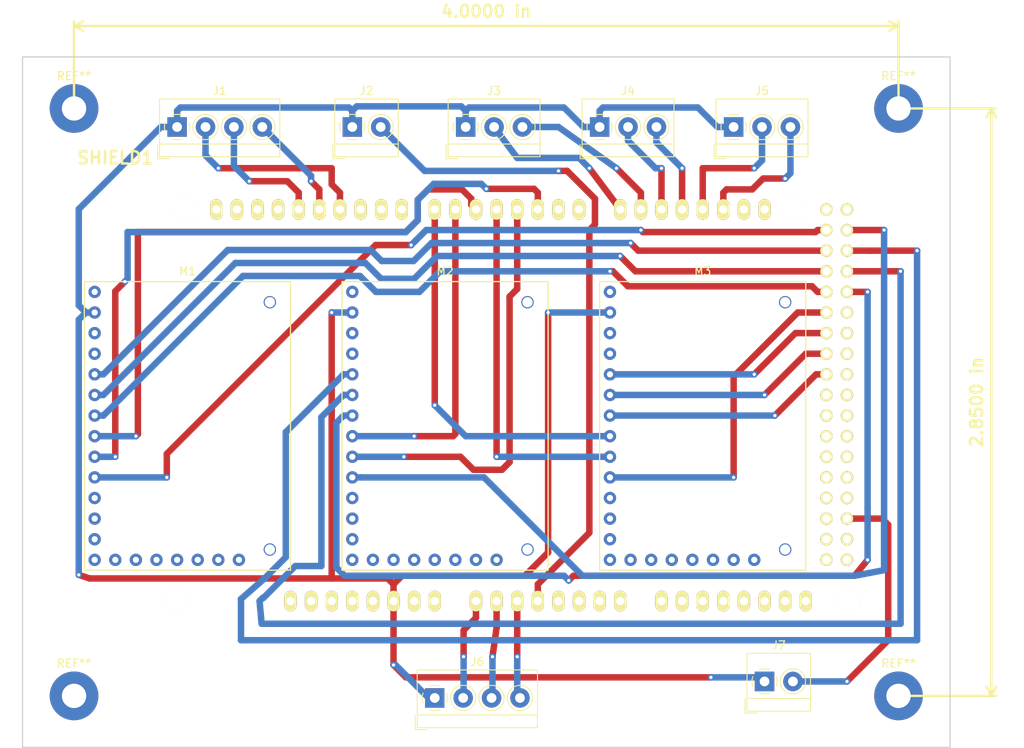
<source format=kicad_pcb>
(kicad_pcb (version 20171130) (host pcbnew 5.0.2+dfsg1-1)

  (general
    (thickness 1.6)
    (drawings 6)
    (tracks 294)
    (zones 0)
    (modules 15)
    (nets 128)
  )

  (page A4)
  (layers
    (0 F.Cu signal)
    (31 B.Cu signal)
    (32 B.Adhes user)
    (33 F.Adhes user)
    (34 B.Paste user)
    (35 F.Paste user)
    (36 B.SilkS user)
    (37 F.SilkS user)
    (38 B.Mask user)
    (39 F.Mask user)
    (40 Dwgs.User user)
    (41 Cmts.User user)
    (42 Eco1.User user)
    (43 Eco2.User user)
    (44 Edge.Cuts user)
    (45 Margin user)
    (46 B.CrtYd user)
    (47 F.CrtYd user)
    (48 B.Fab user)
    (49 F.Fab user)
  )

  (setup
    (last_trace_width 0.8)
    (trace_clearance 0.8)
    (zone_clearance 0.508)
    (zone_45_only no)
    (trace_min 0.2)
    (segment_width 0.2)
    (edge_width 0.15)
    (via_size 0.8)
    (via_drill 0.4)
    (via_min_size 0.4)
    (via_min_drill 0.3)
    (uvia_size 0.3)
    (uvia_drill 0.1)
    (uvias_allowed no)
    (uvia_min_size 0.2)
    (uvia_min_drill 0.1)
    (pcb_text_width 0.3)
    (pcb_text_size 1.5 1.5)
    (mod_edge_width 0.15)
    (mod_text_size 1 1)
    (mod_text_width 0.15)
    (pad_size 1.524 1.524)
    (pad_drill 0.762)
    (pad_to_mask_clearance 0.051)
    (solder_mask_min_width 0.25)
    (aux_axis_origin -251.46 -496.316)
    (grid_origin -251.46 -496.316)
    (visible_elements FFFFFF7F)
    (pcbplotparams
      (layerselection 0x01000_ffffffff)
      (usegerberextensions false)
      (usegerberattributes false)
      (usegerberadvancedattributes false)
      (creategerberjobfile false)
      (excludeedgelayer true)
      (linewidth 0.100000)
      (plotframeref false)
      (viasonmask false)
      (mode 1)
      (useauxorigin false)
      (hpglpennumber 1)
      (hpglpenspeed 20)
      (hpglpendiameter 15.000000)
      (psnegative false)
      (psa4output false)
      (plotreference true)
      (plotvalue true)
      (plotinvisibletext false)
      (padsonsilk false)
      (subtractmaskfromsilk false)
      (outputformat 1)
      (mirror false)
      (drillshape 0)
      (scaleselection 1)
      (outputdirectory "output/"))
  )

  (net 0 "")
  (net 1 "Net-(J1-Pad1)")
  (net 2 "Net-(J1-Pad2)")
  (net 3 "Net-(J1-Pad3)")
  (net 4 "Net-(J1-Pad4)")
  (net 5 "Net-(J2-Pad2)")
  (net 6 "Net-(J3-Pad2)")
  (net 7 "Net-(J3-Pad3)")
  (net 8 "Net-(J4-Pad3)")
  (net 9 "Net-(J4-Pad2)")
  (net 10 "Net-(J5-Pad2)")
  (net 11 "Net-(J5-Pad3)")
  (net 12 "Net-(M1-Pad1)")
  (net 13 "Net-(M1-Pad3)")
  (net 14 "Net-(M1-Pad4)")
  (net 15 "Net-(M1-Pad5)")
  (net 16 "Net-(M1-Pad6)")
  (net 17 "Net-(M1-Pad7)")
  (net 18 "Net-(M1-Pad8)")
  (net 19 "Net-(M1-Pad9)")
  (net 20 "Net-(M1-Pad10)")
  (net 21 "Net-(M1-Pad11)")
  (net 22 "Net-(M1-Pad12)")
  (net 23 "Net-(M1-Pad13)")
  (net 24 "Net-(M1-Pad14)")
  (net 25 "Net-(M1-Pad15)")
  (net 26 "Net-(M1-Pad16)")
  (net 27 "Net-(M1-Pad17)")
  (net 28 "Net-(M1-Pad18)")
  (net 29 "Net-(M1-Pad19)")
  (net 30 "Net-(M1-Pad20)")
  (net 31 "Net-(M1-Pad21)")
  (net 32 "Net-(M2-Pad21)")
  (net 33 "Net-(M2-Pad20)")
  (net 34 "Net-(M2-Pad19)")
  (net 35 "Net-(M2-Pad18)")
  (net 36 "Net-(M2-Pad17)")
  (net 37 "Net-(M2-Pad16)")
  (net 38 "Net-(M2-Pad15)")
  (net 39 "Net-(M2-Pad14)")
  (net 40 "Net-(M2-Pad13)")
  (net 41 "Net-(M2-Pad12)")
  (net 42 "Net-(M2-Pad11)")
  (net 43 "Net-(M2-Pad10)")
  (net 44 "Net-(M2-Pad9)")
  (net 45 "Net-(M2-Pad8)")
  (net 46 "Net-(M2-Pad7)")
  (net 47 "Net-(M2-Pad6)")
  (net 48 "Net-(M2-Pad5)")
  (net 49 "Net-(M2-Pad4)")
  (net 50 "Net-(M2-Pad3)")
  (net 51 "Net-(M2-Pad1)")
  (net 52 "Net-(M3-Pad1)")
  (net 53 "Net-(M3-Pad3)")
  (net 54 "Net-(M3-Pad4)")
  (net 55 "Net-(M3-Pad5)")
  (net 56 "Net-(M3-Pad6)")
  (net 57 "Net-(M3-Pad7)")
  (net 58 "Net-(M3-Pad8)")
  (net 59 "Net-(M3-Pad9)")
  (net 60 "Net-(M3-Pad10)")
  (net 61 "Net-(M3-Pad11)")
  (net 62 "Net-(M3-Pad12)")
  (net 63 "Net-(M3-Pad13)")
  (net 64 "Net-(M3-Pad14)")
  (net 65 "Net-(M3-Pad15)")
  (net 66 "Net-(M3-Pad16)")
  (net 67 "Net-(M3-Pad17)")
  (net 68 "Net-(M3-Pad18)")
  (net 69 "Net-(M3-Pad19)")
  (net 70 "Net-(M3-Pad20)")
  (net 71 "Net-(M3-Pad21)")
  (net 72 "Net-(SHIELD1-Pad20)")
  (net 73 "Net-(SHIELD1-Pad21)")
  (net 74 "Net-(SHIELD1-PadC_TX)")
  (net 75 "Net-(SHIELD1-PadC_RX)")
  (net 76 "Net-(SHIELD1-PadDAC1)")
  (net 77 "Net-(SHIELD1-PadDAC0)")
  (net 78 "Net-(SHIELD1-PadAD8)")
  (net 79 "Net-(SHIELD1-PadAD7)")
  (net 80 "Net-(SHIELD1-PadAD6)")
  (net 81 "Net-(SHIELD1-PadAD9)")
  (net 82 "Net-(SHIELD1-PadAD10)")
  (net 83 "Net-(SHIELD1-PadAD11)")
  (net 84 "Net-(SHIELD1-PadAD5)")
  (net 85 "Net-(SHIELD1-PadAD4)")
  (net 86 "Net-(SHIELD1-PadV_IN)")
  (net 87 "Net-(SHIELD1-PadGND2)")
  (net 88 "Net-(SHIELD1-Pad3V3)")
  (net 89 "Net-(SHIELD1-PadRST)")
  (net 90 "Net-(SHIELD1-Pad0)")
  (net 91 "Net-(SHIELD1-Pad1)")
  (net 92 "Net-(SHIELD1-Pad8)")
  (net 93 "Net-(SHIELD1-Pad9)")
  (net 94 "Net-(SHIELD1-Pad10)")
  (net 95 "Net-(SHIELD1-PadGND3)")
  (net 96 "Net-(SHIELD1-PadAREF)")
  (net 97 "Net-(SHIELD1-Pad5V)")
  (net 98 "Net-(SHIELD1-Pad5V_4)")
  (net 99 "Net-(SHIELD1-Pad5V_5)")
  (net 100 "Net-(SHIELD1-Pad31)")
  (net 101 "Net-(SHIELD1-Pad33)")
  (net 102 "Net-(SHIELD1-Pad35)")
  (net 103 "Net-(SHIELD1-Pad37)")
  (net 104 "Net-(SHIELD1-Pad38)")
  (net 105 "Net-(SHIELD1-Pad39)")
  (net 106 "Net-(SHIELD1-Pad40)")
  (net 107 "Net-(SHIELD1-Pad41)")
  (net 108 "Net-(SHIELD1-Pad42)")
  (net 109 "Net-(SHIELD1-Pad43)")
  (net 110 "Net-(SHIELD1-Pad44)")
  (net 111 "Net-(SHIELD1-Pad45)")
  (net 112 "Net-(SHIELD1-Pad46)")
  (net 113 "Net-(SHIELD1-Pad47)")
  (net 114 "Net-(SHIELD1-Pad48)")
  (net 115 "Net-(SHIELD1-Pad49)")
  (net 116 "Net-(SHIELD1-Pad50)")
  (net 117 "Net-(SHIELD1-Pad52)")
  (net 118 "Net-(SHIELD1-Pad53)")
  (net 119 "Net-(SHIELD1-PadGND4)")
  (net 120 "Net-(SHIELD1-PadGND5)")
  (net 121 "Net-(SHIELD1-PadIO_R)")
  (net 122 "Net-(SHIELD1-PadSDA1)")
  (net 123 "Net-(SHIELD1-PadSCL1)")
  (net 124 "Net-(J6-Pad2)")
  (net 125 "Net-(J6-Pad3)")
  (net 126 "Net-(J6-Pad4)")
  (net 127 "Net-(J7-Pad2)")

  (net_class Default "This is the default net class."
    (clearance 0.8)
    (trace_width 0.8)
    (via_dia 0.8)
    (via_drill 0.4)
    (uvia_dia 0.3)
    (uvia_drill 0.1)
    (add_net "Net-(J1-Pad1)")
    (add_net "Net-(J1-Pad2)")
    (add_net "Net-(J1-Pad3)")
    (add_net "Net-(J1-Pad4)")
    (add_net "Net-(J2-Pad2)")
    (add_net "Net-(J3-Pad2)")
    (add_net "Net-(J3-Pad3)")
    (add_net "Net-(J4-Pad2)")
    (add_net "Net-(J4-Pad3)")
    (add_net "Net-(J5-Pad2)")
    (add_net "Net-(J5-Pad3)")
    (add_net "Net-(J6-Pad2)")
    (add_net "Net-(J6-Pad3)")
    (add_net "Net-(J6-Pad4)")
    (add_net "Net-(J7-Pad2)")
    (add_net "Net-(M1-Pad1)")
    (add_net "Net-(M1-Pad10)")
    (add_net "Net-(M1-Pad11)")
    (add_net "Net-(M1-Pad12)")
    (add_net "Net-(M1-Pad13)")
    (add_net "Net-(M1-Pad14)")
    (add_net "Net-(M1-Pad15)")
    (add_net "Net-(M1-Pad16)")
    (add_net "Net-(M1-Pad17)")
    (add_net "Net-(M1-Pad18)")
    (add_net "Net-(M1-Pad19)")
    (add_net "Net-(M1-Pad20)")
    (add_net "Net-(M1-Pad21)")
    (add_net "Net-(M1-Pad3)")
    (add_net "Net-(M1-Pad4)")
    (add_net "Net-(M1-Pad5)")
    (add_net "Net-(M1-Pad6)")
    (add_net "Net-(M1-Pad7)")
    (add_net "Net-(M1-Pad8)")
    (add_net "Net-(M1-Pad9)")
    (add_net "Net-(M2-Pad1)")
    (add_net "Net-(M2-Pad10)")
    (add_net "Net-(M2-Pad11)")
    (add_net "Net-(M2-Pad12)")
    (add_net "Net-(M2-Pad13)")
    (add_net "Net-(M2-Pad14)")
    (add_net "Net-(M2-Pad15)")
    (add_net "Net-(M2-Pad16)")
    (add_net "Net-(M2-Pad17)")
    (add_net "Net-(M2-Pad18)")
    (add_net "Net-(M2-Pad19)")
    (add_net "Net-(M2-Pad20)")
    (add_net "Net-(M2-Pad21)")
    (add_net "Net-(M2-Pad3)")
    (add_net "Net-(M2-Pad4)")
    (add_net "Net-(M2-Pad5)")
    (add_net "Net-(M2-Pad6)")
    (add_net "Net-(M2-Pad7)")
    (add_net "Net-(M2-Pad8)")
    (add_net "Net-(M2-Pad9)")
    (add_net "Net-(M3-Pad1)")
    (add_net "Net-(M3-Pad10)")
    (add_net "Net-(M3-Pad11)")
    (add_net "Net-(M3-Pad12)")
    (add_net "Net-(M3-Pad13)")
    (add_net "Net-(M3-Pad14)")
    (add_net "Net-(M3-Pad15)")
    (add_net "Net-(M3-Pad16)")
    (add_net "Net-(M3-Pad17)")
    (add_net "Net-(M3-Pad18)")
    (add_net "Net-(M3-Pad19)")
    (add_net "Net-(M3-Pad20)")
    (add_net "Net-(M3-Pad21)")
    (add_net "Net-(M3-Pad3)")
    (add_net "Net-(M3-Pad4)")
    (add_net "Net-(M3-Pad5)")
    (add_net "Net-(M3-Pad6)")
    (add_net "Net-(M3-Pad7)")
    (add_net "Net-(M3-Pad8)")
    (add_net "Net-(M3-Pad9)")
    (add_net "Net-(SHIELD1-Pad0)")
    (add_net "Net-(SHIELD1-Pad1)")
    (add_net "Net-(SHIELD1-Pad10)")
    (add_net "Net-(SHIELD1-Pad20)")
    (add_net "Net-(SHIELD1-Pad21)")
    (add_net "Net-(SHIELD1-Pad31)")
    (add_net "Net-(SHIELD1-Pad33)")
    (add_net "Net-(SHIELD1-Pad35)")
    (add_net "Net-(SHIELD1-Pad37)")
    (add_net "Net-(SHIELD1-Pad38)")
    (add_net "Net-(SHIELD1-Pad39)")
    (add_net "Net-(SHIELD1-Pad3V3)")
    (add_net "Net-(SHIELD1-Pad40)")
    (add_net "Net-(SHIELD1-Pad41)")
    (add_net "Net-(SHIELD1-Pad42)")
    (add_net "Net-(SHIELD1-Pad43)")
    (add_net "Net-(SHIELD1-Pad44)")
    (add_net "Net-(SHIELD1-Pad45)")
    (add_net "Net-(SHIELD1-Pad46)")
    (add_net "Net-(SHIELD1-Pad47)")
    (add_net "Net-(SHIELD1-Pad48)")
    (add_net "Net-(SHIELD1-Pad49)")
    (add_net "Net-(SHIELD1-Pad50)")
    (add_net "Net-(SHIELD1-Pad52)")
    (add_net "Net-(SHIELD1-Pad53)")
    (add_net "Net-(SHIELD1-Pad5V)")
    (add_net "Net-(SHIELD1-Pad5V_4)")
    (add_net "Net-(SHIELD1-Pad5V_5)")
    (add_net "Net-(SHIELD1-Pad8)")
    (add_net "Net-(SHIELD1-Pad9)")
    (add_net "Net-(SHIELD1-PadAD10)")
    (add_net "Net-(SHIELD1-PadAD11)")
    (add_net "Net-(SHIELD1-PadAD4)")
    (add_net "Net-(SHIELD1-PadAD5)")
    (add_net "Net-(SHIELD1-PadAD6)")
    (add_net "Net-(SHIELD1-PadAD7)")
    (add_net "Net-(SHIELD1-PadAD8)")
    (add_net "Net-(SHIELD1-PadAD9)")
    (add_net "Net-(SHIELD1-PadAREF)")
    (add_net "Net-(SHIELD1-PadC_RX)")
    (add_net "Net-(SHIELD1-PadC_TX)")
    (add_net "Net-(SHIELD1-PadDAC0)")
    (add_net "Net-(SHIELD1-PadDAC1)")
    (add_net "Net-(SHIELD1-PadGND2)")
    (add_net "Net-(SHIELD1-PadGND3)")
    (add_net "Net-(SHIELD1-PadGND4)")
    (add_net "Net-(SHIELD1-PadGND5)")
    (add_net "Net-(SHIELD1-PadIO_R)")
    (add_net "Net-(SHIELD1-PadRST)")
    (add_net "Net-(SHIELD1-PadSCL1)")
    (add_net "Net-(SHIELD1-PadSDA1)")
    (add_net "Net-(SHIELD1-PadV_IN)")
  )

  (module TerminalBlock_4Ucon:TerminalBlock_4Ucon_1x04_P3.50mm_Horizontal (layer F.Cu) (tedit 5B294E91) (tstamp 5CD0DEF4)
    (at -232.41 -572.77)
    (descr "Terminal Block 4Ucon ItemNo. 20001, 4 pins, pitch 3.5mm, size 14.7x7mm^2, drill diamater 1.2mm, pad diameter 2.4mm, see http://www.4uconnector.com/online/object/4udrawing/20001.pdf, script-generated using https://github.com/pointhi/kicad-footprint-generator/scripts/TerminalBlock_4Ucon")
    (tags "THT Terminal Block 4Ucon ItemNo. 20001 pitch 3.5mm size 14.7x7mm^2 drill 1.2mm pad 2.4mm")
    (path /5CC4D244)
    (fp_text reference J1 (at 5.25 -4.46) (layer F.SilkS)
      (effects (font (size 1 1) (thickness 0.15)))
    )
    (fp_text value Spindle (at 5.25 4.66) (layer F.Fab)
      (effects (font (size 1 1) (thickness 0.15)))
    )
    (fp_arc (start 0 0) (end 0 1.555) (angle -23) (layer F.SilkS) (width 0.12))
    (fp_arc (start 0 0) (end 1.432 0.608) (angle -46) (layer F.SilkS) (width 0.12))
    (fp_arc (start 0 0) (end 0.608 -1.432) (angle -46) (layer F.SilkS) (width 0.12))
    (fp_arc (start 0 0) (end -1.432 -0.608) (angle -46) (layer F.SilkS) (width 0.12))
    (fp_arc (start 0 0) (end -0.608 1.432) (angle -24) (layer F.SilkS) (width 0.12))
    (fp_circle (center 0 0) (end 1.375 0) (layer F.Fab) (width 0.1))
    (fp_circle (center 3.5 0) (end 4.875 0) (layer F.Fab) (width 0.1))
    (fp_circle (center 3.5 0) (end 5.055 0) (layer F.SilkS) (width 0.12))
    (fp_circle (center 7 0) (end 8.375 0) (layer F.Fab) (width 0.1))
    (fp_circle (center 7 0) (end 8.555 0) (layer F.SilkS) (width 0.12))
    (fp_circle (center 10.5 0) (end 11.875 0) (layer F.Fab) (width 0.1))
    (fp_circle (center 10.5 0) (end 12.055 0) (layer F.SilkS) (width 0.12))
    (fp_line (start -2.1 -3.4) (end 12.6 -3.4) (layer F.Fab) (width 0.1))
    (fp_line (start 12.6 -3.4) (end 12.6 3.6) (layer F.Fab) (width 0.1))
    (fp_line (start 12.6 3.6) (end -0.6 3.6) (layer F.Fab) (width 0.1))
    (fp_line (start -0.6 3.6) (end -2.1 2.1) (layer F.Fab) (width 0.1))
    (fp_line (start -2.1 2.1) (end -2.1 -3.4) (layer F.Fab) (width 0.1))
    (fp_line (start -2.1 2.1) (end 12.6 2.1) (layer F.Fab) (width 0.1))
    (fp_line (start -2.16 2.1) (end 12.66 2.1) (layer F.SilkS) (width 0.12))
    (fp_line (start -2.16 -3.46) (end 12.66 -3.46) (layer F.SilkS) (width 0.12))
    (fp_line (start -2.16 3.66) (end 12.66 3.66) (layer F.SilkS) (width 0.12))
    (fp_line (start -2.16 -3.46) (end -2.16 3.66) (layer F.SilkS) (width 0.12))
    (fp_line (start 12.66 -3.46) (end 12.66 3.66) (layer F.SilkS) (width 0.12))
    (fp_line (start -1.1 -0.069) (end -0.069 -0.069) (layer F.Fab) (width 0.1))
    (fp_line (start -0.069 -0.069) (end -0.069 -1.1) (layer F.Fab) (width 0.1))
    (fp_line (start -0.069 -1.1) (end 0.069 -1.1) (layer F.Fab) (width 0.1))
    (fp_line (start 0.069 -1.1) (end 0.069 -0.069) (layer F.Fab) (width 0.1))
    (fp_line (start 0.069 -0.069) (end 1.1 -0.069) (layer F.Fab) (width 0.1))
    (fp_line (start 1.1 -0.069) (end 1.1 0.069) (layer F.Fab) (width 0.1))
    (fp_line (start 1.1 0.069) (end 0.069 0.069) (layer F.Fab) (width 0.1))
    (fp_line (start 0.069 0.069) (end 0.069 1.1) (layer F.Fab) (width 0.1))
    (fp_line (start 0.069 1.1) (end -0.069 1.1) (layer F.Fab) (width 0.1))
    (fp_line (start -0.069 1.1) (end -0.069 0.069) (layer F.Fab) (width 0.1))
    (fp_line (start -0.069 0.069) (end -1.1 0.069) (layer F.Fab) (width 0.1))
    (fp_line (start -1.1 0.069) (end -1.1 -0.069) (layer F.Fab) (width 0.1))
    (fp_line (start 2.4 -0.069) (end 3.431 -0.069) (layer F.Fab) (width 0.1))
    (fp_line (start 3.431 -0.069) (end 3.431 -1.1) (layer F.Fab) (width 0.1))
    (fp_line (start 3.431 -1.1) (end 3.569 -1.1) (layer F.Fab) (width 0.1))
    (fp_line (start 3.569 -1.1) (end 3.569 -0.069) (layer F.Fab) (width 0.1))
    (fp_line (start 3.569 -0.069) (end 4.6 -0.069) (layer F.Fab) (width 0.1))
    (fp_line (start 4.6 -0.069) (end 4.6 0.069) (layer F.Fab) (width 0.1))
    (fp_line (start 4.6 0.069) (end 3.569 0.069) (layer F.Fab) (width 0.1))
    (fp_line (start 3.569 0.069) (end 3.569 1.1) (layer F.Fab) (width 0.1))
    (fp_line (start 3.569 1.1) (end 3.431 1.1) (layer F.Fab) (width 0.1))
    (fp_line (start 3.431 1.1) (end 3.431 0.069) (layer F.Fab) (width 0.1))
    (fp_line (start 3.431 0.069) (end 2.4 0.069) (layer F.Fab) (width 0.1))
    (fp_line (start 2.4 0.069) (end 2.4 -0.069) (layer F.Fab) (width 0.1))
    (fp_line (start 5.9 -0.069) (end 6.931 -0.069) (layer F.Fab) (width 0.1))
    (fp_line (start 6.931 -0.069) (end 6.931 -1.1) (layer F.Fab) (width 0.1))
    (fp_line (start 6.931 -1.1) (end 7.069 -1.1) (layer F.Fab) (width 0.1))
    (fp_line (start 7.069 -1.1) (end 7.069 -0.069) (layer F.Fab) (width 0.1))
    (fp_line (start 7.069 -0.069) (end 8.1 -0.069) (layer F.Fab) (width 0.1))
    (fp_line (start 8.1 -0.069) (end 8.1 0.069) (layer F.Fab) (width 0.1))
    (fp_line (start 8.1 0.069) (end 7.069 0.069) (layer F.Fab) (width 0.1))
    (fp_line (start 7.069 0.069) (end 7.069 1.1) (layer F.Fab) (width 0.1))
    (fp_line (start 7.069 1.1) (end 6.931 1.1) (layer F.Fab) (width 0.1))
    (fp_line (start 6.931 1.1) (end 6.931 0.069) (layer F.Fab) (width 0.1))
    (fp_line (start 6.931 0.069) (end 5.9 0.069) (layer F.Fab) (width 0.1))
    (fp_line (start 5.9 0.069) (end 5.9 -0.069) (layer F.Fab) (width 0.1))
    (fp_line (start 9.4 -0.069) (end 10.431 -0.069) (layer F.Fab) (width 0.1))
    (fp_line (start 10.431 -0.069) (end 10.431 -1.1) (layer F.Fab) (width 0.1))
    (fp_line (start 10.431 -1.1) (end 10.569 -1.1) (layer F.Fab) (width 0.1))
    (fp_line (start 10.569 -1.1) (end 10.569 -0.069) (layer F.Fab) (width 0.1))
    (fp_line (start 10.569 -0.069) (end 11.6 -0.069) (layer F.Fab) (width 0.1))
    (fp_line (start 11.6 -0.069) (end 11.6 0.069) (layer F.Fab) (width 0.1))
    (fp_line (start 11.6 0.069) (end 10.569 0.069) (layer F.Fab) (width 0.1))
    (fp_line (start 10.569 0.069) (end 10.569 1.1) (layer F.Fab) (width 0.1))
    (fp_line (start 10.569 1.1) (end 10.431 1.1) (layer F.Fab) (width 0.1))
    (fp_line (start 10.431 1.1) (end 10.431 0.069) (layer F.Fab) (width 0.1))
    (fp_line (start 10.431 0.069) (end 9.4 0.069) (layer F.Fab) (width 0.1))
    (fp_line (start 9.4 0.069) (end 9.4 -0.069) (layer F.Fab) (width 0.1))
    (fp_line (start -2.4 2.16) (end -2.4 3.9) (layer F.SilkS) (width 0.12))
    (fp_line (start -2.4 3.9) (end -0.9 3.9) (layer F.SilkS) (width 0.12))
    (fp_line (start -2.6 -3.9) (end -2.6 4.1) (layer F.CrtYd) (width 0.05))
    (fp_line (start -2.6 4.1) (end 13.1 4.1) (layer F.CrtYd) (width 0.05))
    (fp_line (start 13.1 4.1) (end 13.1 -3.9) (layer F.CrtYd) (width 0.05))
    (fp_line (start 13.1 -3.9) (end -2.6 -3.9) (layer F.CrtYd) (width 0.05))
    (fp_text user %R (at 5.25 2.9) (layer F.Fab)
      (effects (font (size 1 1) (thickness 0.15)))
    )
    (pad 1 thru_hole rect (at 0 0) (size 2.4 2.4) (drill 1.2) (layers *.Cu *.Mask)
      (net 1 "Net-(J1-Pad1)"))
    (pad 2 thru_hole circle (at 3.5 0) (size 2.4 2.4) (drill 1.2) (layers *.Cu *.Mask)
      (net 2 "Net-(J1-Pad2)"))
    (pad 3 thru_hole circle (at 7 0) (size 2.4 2.4) (drill 1.2) (layers *.Cu *.Mask)
      (net 3 "Net-(J1-Pad3)"))
    (pad 4 thru_hole circle (at 10.5 0) (size 2.4 2.4) (drill 1.2) (layers *.Cu *.Mask)
      (net 4 "Net-(J1-Pad4)"))
    (model ${KISYS3DMOD}/TerminalBlock_4Ucon.3dshapes/TerminalBlock_4Ucon_1x04_P3.50mm_Horizontal.wrl
      (at (xyz 0 0 0))
      (scale (xyz 1 1 1))
      (rotate (xyz 0 0 0))
    )
  )

  (module TerminalBlock_4Ucon:TerminalBlock_4Ucon_1x02_P3.50mm_Horizontal (layer F.Cu) (tedit 5B294E91) (tstamp 5CD0E24B)
    (at -210.82 -572.77)
    (descr "Terminal Block 4Ucon ItemNo. 19963, 2 pins, pitch 3.5mm, size 7.7x7mm^2, drill diamater 1.2mm, pad diameter 2.4mm, see http://www.4uconnector.com/online/object/4udrawing/19963.pdf, script-generated using https://github.com/pointhi/kicad-footprint-generator/scripts/TerminalBlock_4Ucon")
    (tags "THT Terminal Block 4Ucon ItemNo. 19963 pitch 3.5mm size 7.7x7mm^2 drill 1.2mm pad 2.4mm")
    (path /5CC52650)
    (fp_text reference J2 (at 1.75 -4.46) (layer F.SilkS)
      (effects (font (size 1 1) (thickness 0.15)))
    )
    (fp_text value Cooling (at 1.75 4.66) (layer F.Fab)
      (effects (font (size 1 1) (thickness 0.15)))
    )
    (fp_arc (start 0 0) (end 0 1.555) (angle -23) (layer F.SilkS) (width 0.12))
    (fp_arc (start 0 0) (end 1.432 0.608) (angle -46) (layer F.SilkS) (width 0.12))
    (fp_arc (start 0 0) (end 0.608 -1.432) (angle -46) (layer F.SilkS) (width 0.12))
    (fp_arc (start 0 0) (end -1.432 -0.608) (angle -46) (layer F.SilkS) (width 0.12))
    (fp_arc (start 0 0) (end -0.608 1.432) (angle -24) (layer F.SilkS) (width 0.12))
    (fp_circle (center 0 0) (end 1.375 0) (layer F.Fab) (width 0.1))
    (fp_circle (center 3.5 0) (end 4.875 0) (layer F.Fab) (width 0.1))
    (fp_circle (center 3.5 0) (end 5.055 0) (layer F.SilkS) (width 0.12))
    (fp_line (start -2.1 -3.4) (end 5.6 -3.4) (layer F.Fab) (width 0.1))
    (fp_line (start 5.6 -3.4) (end 5.6 3.6) (layer F.Fab) (width 0.1))
    (fp_line (start 5.6 3.6) (end -0.6 3.6) (layer F.Fab) (width 0.1))
    (fp_line (start -0.6 3.6) (end -2.1 2.1) (layer F.Fab) (width 0.1))
    (fp_line (start -2.1 2.1) (end -2.1 -3.4) (layer F.Fab) (width 0.1))
    (fp_line (start -2.1 2.1) (end 5.6 2.1) (layer F.Fab) (width 0.1))
    (fp_line (start -2.16 2.1) (end 5.66 2.1) (layer F.SilkS) (width 0.12))
    (fp_line (start -2.16 -3.46) (end 5.66 -3.46) (layer F.SilkS) (width 0.12))
    (fp_line (start -2.16 3.66) (end 5.66 3.66) (layer F.SilkS) (width 0.12))
    (fp_line (start -2.16 -3.46) (end -2.16 3.66) (layer F.SilkS) (width 0.12))
    (fp_line (start 5.66 -3.46) (end 5.66 3.66) (layer F.SilkS) (width 0.12))
    (fp_line (start -1.1 -0.069) (end -0.069 -0.069) (layer F.Fab) (width 0.1))
    (fp_line (start -0.069 -0.069) (end -0.069 -1.1) (layer F.Fab) (width 0.1))
    (fp_line (start -0.069 -1.1) (end 0.069 -1.1) (layer F.Fab) (width 0.1))
    (fp_line (start 0.069 -1.1) (end 0.069 -0.069) (layer F.Fab) (width 0.1))
    (fp_line (start 0.069 -0.069) (end 1.1 -0.069) (layer F.Fab) (width 0.1))
    (fp_line (start 1.1 -0.069) (end 1.1 0.069) (layer F.Fab) (width 0.1))
    (fp_line (start 1.1 0.069) (end 0.069 0.069) (layer F.Fab) (width 0.1))
    (fp_line (start 0.069 0.069) (end 0.069 1.1) (layer F.Fab) (width 0.1))
    (fp_line (start 0.069 1.1) (end -0.069 1.1) (layer F.Fab) (width 0.1))
    (fp_line (start -0.069 1.1) (end -0.069 0.069) (layer F.Fab) (width 0.1))
    (fp_line (start -0.069 0.069) (end -1.1 0.069) (layer F.Fab) (width 0.1))
    (fp_line (start -1.1 0.069) (end -1.1 -0.069) (layer F.Fab) (width 0.1))
    (fp_line (start 2.4 -0.069) (end 3.431 -0.069) (layer F.Fab) (width 0.1))
    (fp_line (start 3.431 -0.069) (end 3.431 -1.1) (layer F.Fab) (width 0.1))
    (fp_line (start 3.431 -1.1) (end 3.569 -1.1) (layer F.Fab) (width 0.1))
    (fp_line (start 3.569 -1.1) (end 3.569 -0.069) (layer F.Fab) (width 0.1))
    (fp_line (start 3.569 -0.069) (end 4.6 -0.069) (layer F.Fab) (width 0.1))
    (fp_line (start 4.6 -0.069) (end 4.6 0.069) (layer F.Fab) (width 0.1))
    (fp_line (start 4.6 0.069) (end 3.569 0.069) (layer F.Fab) (width 0.1))
    (fp_line (start 3.569 0.069) (end 3.569 1.1) (layer F.Fab) (width 0.1))
    (fp_line (start 3.569 1.1) (end 3.431 1.1) (layer F.Fab) (width 0.1))
    (fp_line (start 3.431 1.1) (end 3.431 0.069) (layer F.Fab) (width 0.1))
    (fp_line (start 3.431 0.069) (end 2.4 0.069) (layer F.Fab) (width 0.1))
    (fp_line (start 2.4 0.069) (end 2.4 -0.069) (layer F.Fab) (width 0.1))
    (fp_line (start -2.4 2.16) (end -2.4 3.9) (layer F.SilkS) (width 0.12))
    (fp_line (start -2.4 3.9) (end -0.9 3.9) (layer F.SilkS) (width 0.12))
    (fp_line (start -2.6 -3.9) (end -2.6 4.1) (layer F.CrtYd) (width 0.05))
    (fp_line (start -2.6 4.1) (end 6.1 4.1) (layer F.CrtYd) (width 0.05))
    (fp_line (start 6.1 4.1) (end 6.1 -3.9) (layer F.CrtYd) (width 0.05))
    (fp_line (start 6.1 -3.9) (end -2.6 -3.9) (layer F.CrtYd) (width 0.05))
    (fp_text user %R (at 1.75 2.9) (layer F.Fab)
      (effects (font (size 1 1) (thickness 0.15)))
    )
    (pad 1 thru_hole rect (at 0 0) (size 2.4 2.4) (drill 1.2) (layers *.Cu *.Mask)
      (net 1 "Net-(J1-Pad1)"))
    (pad 2 thru_hole circle (at 3.5 0) (size 2.4 2.4) (drill 1.2) (layers *.Cu *.Mask)
      (net 5 "Net-(J2-Pad2)"))
    (model ${KISYS3DMOD}/TerminalBlock_4Ucon.3dshapes/TerminalBlock_4Ucon_1x02_P3.50mm_Horizontal.wrl
      (at (xyz 0 0 0))
      (scale (xyz 1 1 1))
      (rotate (xyz 0 0 0))
    )
  )

  (module TerminalBlock_4Ucon:TerminalBlock_4Ucon_1x03_P3.50mm_Horizontal (layer F.Cu) (tedit 5B294E91) (tstamp 5CD0E188)
    (at -196.85 -572.77)
    (descr "Terminal Block 4Ucon ItemNo. 20193, 3 pins, pitch 3.5mm, size 11.2x7mm^2, drill diamater 1.2mm, pad diameter 2.4mm, see http://www.4uconnector.com/online/object/4udrawing/20193.pdf, script-generated using https://github.com/pointhi/kicad-footprint-generator/scripts/TerminalBlock_4Ucon")
    (tags "THT Terminal Block 4Ucon ItemNo. 20193 pitch 3.5mm size 11.2x7mm^2 drill 1.2mm pad 2.4mm")
    (path /5CC5E6EF)
    (fp_text reference J3 (at 3.5 -4.46) (layer F.SilkS)
      (effects (font (size 1 1) (thickness 0.15)))
    )
    (fp_text value "X limits" (at 3.5 4.66) (layer F.Fab)
      (effects (font (size 1 1) (thickness 0.15)))
    )
    (fp_arc (start 0 0) (end 0 1.555) (angle -23) (layer F.SilkS) (width 0.12))
    (fp_arc (start 0 0) (end 1.432 0.608) (angle -46) (layer F.SilkS) (width 0.12))
    (fp_arc (start 0 0) (end 0.608 -1.432) (angle -46) (layer F.SilkS) (width 0.12))
    (fp_arc (start 0 0) (end -1.432 -0.608) (angle -46) (layer F.SilkS) (width 0.12))
    (fp_arc (start 0 0) (end -0.608 1.432) (angle -24) (layer F.SilkS) (width 0.12))
    (fp_circle (center 0 0) (end 1.375 0) (layer F.Fab) (width 0.1))
    (fp_circle (center 3.5 0) (end 4.875 0) (layer F.Fab) (width 0.1))
    (fp_circle (center 3.5 0) (end 5.055 0) (layer F.SilkS) (width 0.12))
    (fp_circle (center 7 0) (end 8.375 0) (layer F.Fab) (width 0.1))
    (fp_circle (center 7 0) (end 8.555 0) (layer F.SilkS) (width 0.12))
    (fp_line (start -2.1 -3.4) (end 9.1 -3.4) (layer F.Fab) (width 0.1))
    (fp_line (start 9.1 -3.4) (end 9.1 3.6) (layer F.Fab) (width 0.1))
    (fp_line (start 9.1 3.6) (end -0.6 3.6) (layer F.Fab) (width 0.1))
    (fp_line (start -0.6 3.6) (end -2.1 2.1) (layer F.Fab) (width 0.1))
    (fp_line (start -2.1 2.1) (end -2.1 -3.4) (layer F.Fab) (width 0.1))
    (fp_line (start -2.1 2.1) (end 9.1 2.1) (layer F.Fab) (width 0.1))
    (fp_line (start -2.16 2.1) (end 9.16 2.1) (layer F.SilkS) (width 0.12))
    (fp_line (start -2.16 -3.46) (end 9.16 -3.46) (layer F.SilkS) (width 0.12))
    (fp_line (start -2.16 3.66) (end 9.16 3.66) (layer F.SilkS) (width 0.12))
    (fp_line (start -2.16 -3.46) (end -2.16 3.66) (layer F.SilkS) (width 0.12))
    (fp_line (start 9.16 -3.46) (end 9.16 3.66) (layer F.SilkS) (width 0.12))
    (fp_line (start -1.1 -0.069) (end -0.069 -0.069) (layer F.Fab) (width 0.1))
    (fp_line (start -0.069 -0.069) (end -0.069 -1.1) (layer F.Fab) (width 0.1))
    (fp_line (start -0.069 -1.1) (end 0.069 -1.1) (layer F.Fab) (width 0.1))
    (fp_line (start 0.069 -1.1) (end 0.069 -0.069) (layer F.Fab) (width 0.1))
    (fp_line (start 0.069 -0.069) (end 1.1 -0.069) (layer F.Fab) (width 0.1))
    (fp_line (start 1.1 -0.069) (end 1.1 0.069) (layer F.Fab) (width 0.1))
    (fp_line (start 1.1 0.069) (end 0.069 0.069) (layer F.Fab) (width 0.1))
    (fp_line (start 0.069 0.069) (end 0.069 1.1) (layer F.Fab) (width 0.1))
    (fp_line (start 0.069 1.1) (end -0.069 1.1) (layer F.Fab) (width 0.1))
    (fp_line (start -0.069 1.1) (end -0.069 0.069) (layer F.Fab) (width 0.1))
    (fp_line (start -0.069 0.069) (end -1.1 0.069) (layer F.Fab) (width 0.1))
    (fp_line (start -1.1 0.069) (end -1.1 -0.069) (layer F.Fab) (width 0.1))
    (fp_line (start 2.4 -0.069) (end 3.431 -0.069) (layer F.Fab) (width 0.1))
    (fp_line (start 3.431 -0.069) (end 3.431 -1.1) (layer F.Fab) (width 0.1))
    (fp_line (start 3.431 -1.1) (end 3.569 -1.1) (layer F.Fab) (width 0.1))
    (fp_line (start 3.569 -1.1) (end 3.569 -0.069) (layer F.Fab) (width 0.1))
    (fp_line (start 3.569 -0.069) (end 4.6 -0.069) (layer F.Fab) (width 0.1))
    (fp_line (start 4.6 -0.069) (end 4.6 0.069) (layer F.Fab) (width 0.1))
    (fp_line (start 4.6 0.069) (end 3.569 0.069) (layer F.Fab) (width 0.1))
    (fp_line (start 3.569 0.069) (end 3.569 1.1) (layer F.Fab) (width 0.1))
    (fp_line (start 3.569 1.1) (end 3.431 1.1) (layer F.Fab) (width 0.1))
    (fp_line (start 3.431 1.1) (end 3.431 0.069) (layer F.Fab) (width 0.1))
    (fp_line (start 3.431 0.069) (end 2.4 0.069) (layer F.Fab) (width 0.1))
    (fp_line (start 2.4 0.069) (end 2.4 -0.069) (layer F.Fab) (width 0.1))
    (fp_line (start 5.9 -0.069) (end 6.931 -0.069) (layer F.Fab) (width 0.1))
    (fp_line (start 6.931 -0.069) (end 6.931 -1.1) (layer F.Fab) (width 0.1))
    (fp_line (start 6.931 -1.1) (end 7.069 -1.1) (layer F.Fab) (width 0.1))
    (fp_line (start 7.069 -1.1) (end 7.069 -0.069) (layer F.Fab) (width 0.1))
    (fp_line (start 7.069 -0.069) (end 8.1 -0.069) (layer F.Fab) (width 0.1))
    (fp_line (start 8.1 -0.069) (end 8.1 0.069) (layer F.Fab) (width 0.1))
    (fp_line (start 8.1 0.069) (end 7.069 0.069) (layer F.Fab) (width 0.1))
    (fp_line (start 7.069 0.069) (end 7.069 1.1) (layer F.Fab) (width 0.1))
    (fp_line (start 7.069 1.1) (end 6.931 1.1) (layer F.Fab) (width 0.1))
    (fp_line (start 6.931 1.1) (end 6.931 0.069) (layer F.Fab) (width 0.1))
    (fp_line (start 6.931 0.069) (end 5.9 0.069) (layer F.Fab) (width 0.1))
    (fp_line (start 5.9 0.069) (end 5.9 -0.069) (layer F.Fab) (width 0.1))
    (fp_line (start -2.4 2.16) (end -2.4 3.9) (layer F.SilkS) (width 0.12))
    (fp_line (start -2.4 3.9) (end -0.9 3.9) (layer F.SilkS) (width 0.12))
    (fp_line (start -2.6 -3.9) (end -2.6 4.1) (layer F.CrtYd) (width 0.05))
    (fp_line (start -2.6 4.1) (end 9.6 4.1) (layer F.CrtYd) (width 0.05))
    (fp_line (start 9.6 4.1) (end 9.6 -3.9) (layer F.CrtYd) (width 0.05))
    (fp_line (start 9.6 -3.9) (end -2.6 -3.9) (layer F.CrtYd) (width 0.05))
    (fp_text user %R (at 3.5 2.9) (layer F.Fab)
      (effects (font (size 1 1) (thickness 0.15)))
    )
    (pad 1 thru_hole rect (at 0 0) (size 2.4 2.4) (drill 1.2) (layers *.Cu *.Mask)
      (net 1 "Net-(J1-Pad1)"))
    (pad 2 thru_hole circle (at 3.5 0) (size 2.4 2.4) (drill 1.2) (layers *.Cu *.Mask)
      (net 6 "Net-(J3-Pad2)"))
    (pad 3 thru_hole circle (at 7 0) (size 2.4 2.4) (drill 1.2) (layers *.Cu *.Mask)
      (net 7 "Net-(J3-Pad3)"))
    (model ${KISYS3DMOD}/TerminalBlock_4Ucon.3dshapes/TerminalBlock_4Ucon_1x03_P3.50mm_Horizontal.wrl
      (at (xyz 0 0 0))
      (scale (xyz 1 1 1))
      (rotate (xyz 0 0 0))
    )
  )

  (module TerminalBlock_4Ucon:TerminalBlock_4Ucon_1x03_P3.50mm_Horizontal (layer F.Cu) (tedit 5B294E91) (tstamp 5CD0E0B6)
    (at -180.34 -572.77)
    (descr "Terminal Block 4Ucon ItemNo. 20193, 3 pins, pitch 3.5mm, size 11.2x7mm^2, drill diamater 1.2mm, pad diameter 2.4mm, see http://www.4uconnector.com/online/object/4udrawing/20193.pdf, script-generated using https://github.com/pointhi/kicad-footprint-generator/scripts/TerminalBlock_4Ucon")
    (tags "THT Terminal Block 4Ucon ItemNo. 20193 pitch 3.5mm size 11.2x7mm^2 drill 1.2mm pad 2.4mm")
    (path /5CC5E770)
    (fp_text reference J4 (at 3.5 -4.46) (layer F.SilkS)
      (effects (font (size 1 1) (thickness 0.15)))
    )
    (fp_text value "Y limits" (at 3.5 4.66) (layer F.Fab)
      (effects (font (size 1 1) (thickness 0.15)))
    )
    (fp_text user %R (at 3.5 2.9) (layer F.Fab)
      (effects (font (size 1 1) (thickness 0.15)))
    )
    (fp_line (start 9.6 -3.9) (end -2.6 -3.9) (layer F.CrtYd) (width 0.05))
    (fp_line (start 9.6 4.1) (end 9.6 -3.9) (layer F.CrtYd) (width 0.05))
    (fp_line (start -2.6 4.1) (end 9.6 4.1) (layer F.CrtYd) (width 0.05))
    (fp_line (start -2.6 -3.9) (end -2.6 4.1) (layer F.CrtYd) (width 0.05))
    (fp_line (start -2.4 3.9) (end -0.9 3.9) (layer F.SilkS) (width 0.12))
    (fp_line (start -2.4 2.16) (end -2.4 3.9) (layer F.SilkS) (width 0.12))
    (fp_line (start 5.9 0.069) (end 5.9 -0.069) (layer F.Fab) (width 0.1))
    (fp_line (start 6.931 0.069) (end 5.9 0.069) (layer F.Fab) (width 0.1))
    (fp_line (start 6.931 1.1) (end 6.931 0.069) (layer F.Fab) (width 0.1))
    (fp_line (start 7.069 1.1) (end 6.931 1.1) (layer F.Fab) (width 0.1))
    (fp_line (start 7.069 0.069) (end 7.069 1.1) (layer F.Fab) (width 0.1))
    (fp_line (start 8.1 0.069) (end 7.069 0.069) (layer F.Fab) (width 0.1))
    (fp_line (start 8.1 -0.069) (end 8.1 0.069) (layer F.Fab) (width 0.1))
    (fp_line (start 7.069 -0.069) (end 8.1 -0.069) (layer F.Fab) (width 0.1))
    (fp_line (start 7.069 -1.1) (end 7.069 -0.069) (layer F.Fab) (width 0.1))
    (fp_line (start 6.931 -1.1) (end 7.069 -1.1) (layer F.Fab) (width 0.1))
    (fp_line (start 6.931 -0.069) (end 6.931 -1.1) (layer F.Fab) (width 0.1))
    (fp_line (start 5.9 -0.069) (end 6.931 -0.069) (layer F.Fab) (width 0.1))
    (fp_line (start 2.4 0.069) (end 2.4 -0.069) (layer F.Fab) (width 0.1))
    (fp_line (start 3.431 0.069) (end 2.4 0.069) (layer F.Fab) (width 0.1))
    (fp_line (start 3.431 1.1) (end 3.431 0.069) (layer F.Fab) (width 0.1))
    (fp_line (start 3.569 1.1) (end 3.431 1.1) (layer F.Fab) (width 0.1))
    (fp_line (start 3.569 0.069) (end 3.569 1.1) (layer F.Fab) (width 0.1))
    (fp_line (start 4.6 0.069) (end 3.569 0.069) (layer F.Fab) (width 0.1))
    (fp_line (start 4.6 -0.069) (end 4.6 0.069) (layer F.Fab) (width 0.1))
    (fp_line (start 3.569 -0.069) (end 4.6 -0.069) (layer F.Fab) (width 0.1))
    (fp_line (start 3.569 -1.1) (end 3.569 -0.069) (layer F.Fab) (width 0.1))
    (fp_line (start 3.431 -1.1) (end 3.569 -1.1) (layer F.Fab) (width 0.1))
    (fp_line (start 3.431 -0.069) (end 3.431 -1.1) (layer F.Fab) (width 0.1))
    (fp_line (start 2.4 -0.069) (end 3.431 -0.069) (layer F.Fab) (width 0.1))
    (fp_line (start -1.1 0.069) (end -1.1 -0.069) (layer F.Fab) (width 0.1))
    (fp_line (start -0.069 0.069) (end -1.1 0.069) (layer F.Fab) (width 0.1))
    (fp_line (start -0.069 1.1) (end -0.069 0.069) (layer F.Fab) (width 0.1))
    (fp_line (start 0.069 1.1) (end -0.069 1.1) (layer F.Fab) (width 0.1))
    (fp_line (start 0.069 0.069) (end 0.069 1.1) (layer F.Fab) (width 0.1))
    (fp_line (start 1.1 0.069) (end 0.069 0.069) (layer F.Fab) (width 0.1))
    (fp_line (start 1.1 -0.069) (end 1.1 0.069) (layer F.Fab) (width 0.1))
    (fp_line (start 0.069 -0.069) (end 1.1 -0.069) (layer F.Fab) (width 0.1))
    (fp_line (start 0.069 -1.1) (end 0.069 -0.069) (layer F.Fab) (width 0.1))
    (fp_line (start -0.069 -1.1) (end 0.069 -1.1) (layer F.Fab) (width 0.1))
    (fp_line (start -0.069 -0.069) (end -0.069 -1.1) (layer F.Fab) (width 0.1))
    (fp_line (start -1.1 -0.069) (end -0.069 -0.069) (layer F.Fab) (width 0.1))
    (fp_line (start 9.16 -3.46) (end 9.16 3.66) (layer F.SilkS) (width 0.12))
    (fp_line (start -2.16 -3.46) (end -2.16 3.66) (layer F.SilkS) (width 0.12))
    (fp_line (start -2.16 3.66) (end 9.16 3.66) (layer F.SilkS) (width 0.12))
    (fp_line (start -2.16 -3.46) (end 9.16 -3.46) (layer F.SilkS) (width 0.12))
    (fp_line (start -2.16 2.1) (end 9.16 2.1) (layer F.SilkS) (width 0.12))
    (fp_line (start -2.1 2.1) (end 9.1 2.1) (layer F.Fab) (width 0.1))
    (fp_line (start -2.1 2.1) (end -2.1 -3.4) (layer F.Fab) (width 0.1))
    (fp_line (start -0.6 3.6) (end -2.1 2.1) (layer F.Fab) (width 0.1))
    (fp_line (start 9.1 3.6) (end -0.6 3.6) (layer F.Fab) (width 0.1))
    (fp_line (start 9.1 -3.4) (end 9.1 3.6) (layer F.Fab) (width 0.1))
    (fp_line (start -2.1 -3.4) (end 9.1 -3.4) (layer F.Fab) (width 0.1))
    (fp_circle (center 7 0) (end 8.555 0) (layer F.SilkS) (width 0.12))
    (fp_circle (center 7 0) (end 8.375 0) (layer F.Fab) (width 0.1))
    (fp_circle (center 3.5 0) (end 5.055 0) (layer F.SilkS) (width 0.12))
    (fp_circle (center 3.5 0) (end 4.875 0) (layer F.Fab) (width 0.1))
    (fp_circle (center 0 0) (end 1.375 0) (layer F.Fab) (width 0.1))
    (fp_arc (start 0 0) (end -0.608 1.432) (angle -24) (layer F.SilkS) (width 0.12))
    (fp_arc (start 0 0) (end -1.432 -0.608) (angle -46) (layer F.SilkS) (width 0.12))
    (fp_arc (start 0 0) (end 0.608 -1.432) (angle -46) (layer F.SilkS) (width 0.12))
    (fp_arc (start 0 0) (end 1.432 0.608) (angle -46) (layer F.SilkS) (width 0.12))
    (fp_arc (start 0 0) (end 0 1.555) (angle -23) (layer F.SilkS) (width 0.12))
    (pad 3 thru_hole circle (at 7 0) (size 2.4 2.4) (drill 1.2) (layers *.Cu *.Mask)
      (net 8 "Net-(J4-Pad3)"))
    (pad 2 thru_hole circle (at 3.5 0) (size 2.4 2.4) (drill 1.2) (layers *.Cu *.Mask)
      (net 9 "Net-(J4-Pad2)"))
    (pad 1 thru_hole rect (at 0 0) (size 2.4 2.4) (drill 1.2) (layers *.Cu *.Mask)
      (net 1 "Net-(J1-Pad1)"))
    (model ${KISYS3DMOD}/TerminalBlock_4Ucon.3dshapes/TerminalBlock_4Ucon_1x03_P3.50mm_Horizontal.wrl
      (at (xyz 0 0 0))
      (scale (xyz 1 1 1))
      (rotate (xyz 0 0 0))
    )
  )

  (module TerminalBlock_4Ucon:TerminalBlock_4Ucon_1x03_P3.50mm_Horizontal (layer F.Cu) (tedit 5B294E91) (tstamp 5CD0DFE4)
    (at -163.83 -572.77)
    (descr "Terminal Block 4Ucon ItemNo. 20193, 3 pins, pitch 3.5mm, size 11.2x7mm^2, drill diamater 1.2mm, pad diameter 2.4mm, see http://www.4uconnector.com/online/object/4udrawing/20193.pdf, script-generated using https://github.com/pointhi/kicad-footprint-generator/scripts/TerminalBlock_4Ucon")
    (tags "THT Terminal Block 4Ucon ItemNo. 20193 pitch 3.5mm size 11.2x7mm^2 drill 1.2mm pad 2.4mm")
    (path /5CC5E7DE)
    (fp_text reference J5 (at 3.5 -4.46) (layer F.SilkS)
      (effects (font (size 1 1) (thickness 0.15)))
    )
    (fp_text value "Z limits" (at 3.5 4.66) (layer F.Fab)
      (effects (font (size 1 1) (thickness 0.15)))
    )
    (fp_arc (start 0 0) (end 0 1.555) (angle -23) (layer F.SilkS) (width 0.12))
    (fp_arc (start 0 0) (end 1.432 0.608) (angle -46) (layer F.SilkS) (width 0.12))
    (fp_arc (start 0 0) (end 0.608 -1.432) (angle -46) (layer F.SilkS) (width 0.12))
    (fp_arc (start 0 0) (end -1.432 -0.608) (angle -46) (layer F.SilkS) (width 0.12))
    (fp_arc (start 0 0) (end -0.608 1.432) (angle -24) (layer F.SilkS) (width 0.12))
    (fp_circle (center 0 0) (end 1.375 0) (layer F.Fab) (width 0.1))
    (fp_circle (center 3.5 0) (end 4.875 0) (layer F.Fab) (width 0.1))
    (fp_circle (center 3.5 0) (end 5.055 0) (layer F.SilkS) (width 0.12))
    (fp_circle (center 7 0) (end 8.375 0) (layer F.Fab) (width 0.1))
    (fp_circle (center 7 0) (end 8.555 0) (layer F.SilkS) (width 0.12))
    (fp_line (start -2.1 -3.4) (end 9.1 -3.4) (layer F.Fab) (width 0.1))
    (fp_line (start 9.1 -3.4) (end 9.1 3.6) (layer F.Fab) (width 0.1))
    (fp_line (start 9.1 3.6) (end -0.6 3.6) (layer F.Fab) (width 0.1))
    (fp_line (start -0.6 3.6) (end -2.1 2.1) (layer F.Fab) (width 0.1))
    (fp_line (start -2.1 2.1) (end -2.1 -3.4) (layer F.Fab) (width 0.1))
    (fp_line (start -2.1 2.1) (end 9.1 2.1) (layer F.Fab) (width 0.1))
    (fp_line (start -2.16 2.1) (end 9.16 2.1) (layer F.SilkS) (width 0.12))
    (fp_line (start -2.16 -3.46) (end 9.16 -3.46) (layer F.SilkS) (width 0.12))
    (fp_line (start -2.16 3.66) (end 9.16 3.66) (layer F.SilkS) (width 0.12))
    (fp_line (start -2.16 -3.46) (end -2.16 3.66) (layer F.SilkS) (width 0.12))
    (fp_line (start 9.16 -3.46) (end 9.16 3.66) (layer F.SilkS) (width 0.12))
    (fp_line (start -1.1 -0.069) (end -0.069 -0.069) (layer F.Fab) (width 0.1))
    (fp_line (start -0.069 -0.069) (end -0.069 -1.1) (layer F.Fab) (width 0.1))
    (fp_line (start -0.069 -1.1) (end 0.069 -1.1) (layer F.Fab) (width 0.1))
    (fp_line (start 0.069 -1.1) (end 0.069 -0.069) (layer F.Fab) (width 0.1))
    (fp_line (start 0.069 -0.069) (end 1.1 -0.069) (layer F.Fab) (width 0.1))
    (fp_line (start 1.1 -0.069) (end 1.1 0.069) (layer F.Fab) (width 0.1))
    (fp_line (start 1.1 0.069) (end 0.069 0.069) (layer F.Fab) (width 0.1))
    (fp_line (start 0.069 0.069) (end 0.069 1.1) (layer F.Fab) (width 0.1))
    (fp_line (start 0.069 1.1) (end -0.069 1.1) (layer F.Fab) (width 0.1))
    (fp_line (start -0.069 1.1) (end -0.069 0.069) (layer F.Fab) (width 0.1))
    (fp_line (start -0.069 0.069) (end -1.1 0.069) (layer F.Fab) (width 0.1))
    (fp_line (start -1.1 0.069) (end -1.1 -0.069) (layer F.Fab) (width 0.1))
    (fp_line (start 2.4 -0.069) (end 3.431 -0.069) (layer F.Fab) (width 0.1))
    (fp_line (start 3.431 -0.069) (end 3.431 -1.1) (layer F.Fab) (width 0.1))
    (fp_line (start 3.431 -1.1) (end 3.569 -1.1) (layer F.Fab) (width 0.1))
    (fp_line (start 3.569 -1.1) (end 3.569 -0.069) (layer F.Fab) (width 0.1))
    (fp_line (start 3.569 -0.069) (end 4.6 -0.069) (layer F.Fab) (width 0.1))
    (fp_line (start 4.6 -0.069) (end 4.6 0.069) (layer F.Fab) (width 0.1))
    (fp_line (start 4.6 0.069) (end 3.569 0.069) (layer F.Fab) (width 0.1))
    (fp_line (start 3.569 0.069) (end 3.569 1.1) (layer F.Fab) (width 0.1))
    (fp_line (start 3.569 1.1) (end 3.431 1.1) (layer F.Fab) (width 0.1))
    (fp_line (start 3.431 1.1) (end 3.431 0.069) (layer F.Fab) (width 0.1))
    (fp_line (start 3.431 0.069) (end 2.4 0.069) (layer F.Fab) (width 0.1))
    (fp_line (start 2.4 0.069) (end 2.4 -0.069) (layer F.Fab) (width 0.1))
    (fp_line (start 5.9 -0.069) (end 6.931 -0.069) (layer F.Fab) (width 0.1))
    (fp_line (start 6.931 -0.069) (end 6.931 -1.1) (layer F.Fab) (width 0.1))
    (fp_line (start 6.931 -1.1) (end 7.069 -1.1) (layer F.Fab) (width 0.1))
    (fp_line (start 7.069 -1.1) (end 7.069 -0.069) (layer F.Fab) (width 0.1))
    (fp_line (start 7.069 -0.069) (end 8.1 -0.069) (layer F.Fab) (width 0.1))
    (fp_line (start 8.1 -0.069) (end 8.1 0.069) (layer F.Fab) (width 0.1))
    (fp_line (start 8.1 0.069) (end 7.069 0.069) (layer F.Fab) (width 0.1))
    (fp_line (start 7.069 0.069) (end 7.069 1.1) (layer F.Fab) (width 0.1))
    (fp_line (start 7.069 1.1) (end 6.931 1.1) (layer F.Fab) (width 0.1))
    (fp_line (start 6.931 1.1) (end 6.931 0.069) (layer F.Fab) (width 0.1))
    (fp_line (start 6.931 0.069) (end 5.9 0.069) (layer F.Fab) (width 0.1))
    (fp_line (start 5.9 0.069) (end 5.9 -0.069) (layer F.Fab) (width 0.1))
    (fp_line (start -2.4 2.16) (end -2.4 3.9) (layer F.SilkS) (width 0.12))
    (fp_line (start -2.4 3.9) (end -0.9 3.9) (layer F.SilkS) (width 0.12))
    (fp_line (start -2.6 -3.9) (end -2.6 4.1) (layer F.CrtYd) (width 0.05))
    (fp_line (start -2.6 4.1) (end 9.6 4.1) (layer F.CrtYd) (width 0.05))
    (fp_line (start 9.6 4.1) (end 9.6 -3.9) (layer F.CrtYd) (width 0.05))
    (fp_line (start 9.6 -3.9) (end -2.6 -3.9) (layer F.CrtYd) (width 0.05))
    (fp_text user %R (at 3.5 2.9) (layer F.Fab)
      (effects (font (size 1 1) (thickness 0.15)))
    )
    (pad 1 thru_hole rect (at 0 0) (size 2.4 2.4) (drill 1.2) (layers *.Cu *.Mask)
      (net 1 "Net-(J1-Pad1)"))
    (pad 2 thru_hole circle (at 3.5 0) (size 2.4 2.4) (drill 1.2) (layers *.Cu *.Mask)
      (net 10 "Net-(J5-Pad2)"))
    (pad 3 thru_hole circle (at 7 0) (size 2.4 2.4) (drill 1.2) (layers *.Cu *.Mask)
      (net 11 "Net-(J5-Pad3)"))
    (model ${KISYS3DMOD}/TerminalBlock_4Ucon.3dshapes/TerminalBlock_4Ucon_1x03_P3.50mm_Horizontal.wrl
      (at (xyz 0 0 0))
      (scale (xyz 1 1 1))
      (rotate (xyz 0 0 0))
    )
  )

  (module proj_lib:TB67S2x9FTG (layer F.Cu) (tedit 5CC46DF4) (tstamp 5CD0E38B)
    (at -243.84 -518.16)
    (path /5CC46FB3)
    (fp_text reference M1 (at 12.7 -36.83) (layer F.SilkS)
      (effects (font (size 1 1) (thickness 0.15)))
    )
    (fp_text value TB67S249FTG (at 12.7 -17.78) (layer F.Fab)
      (effects (font (size 1 1) (thickness 0.15)))
    )
    (fp_line (start 0 -35.56) (end 25.4 -35.56) (layer F.SilkS) (width 0.15))
    (fp_line (start 25.4 -35.56) (end 25.4 0) (layer F.SilkS) (width 0.15))
    (fp_line (start 25.4 0) (end 0 0) (layer F.SilkS) (width 0.15))
    (fp_line (start 0 0) (end 0 -35.56) (layer F.SilkS) (width 0.15))
    (pad 1 thru_hole circle (at 1.27 -34.29) (size 1.524 1.524) (drill 0.762) (layers *.Cu *.Mask)
      (net 12 "Net-(M1-Pad1)"))
    (pad 2 thru_hole circle (at 1.27 -31.75) (size 1.524 1.524) (drill 0.762) (layers *.Cu *.Mask)
      (net 1 "Net-(J1-Pad1)"))
    (pad 3 thru_hole circle (at 1.27 -29.21) (size 1.524 1.524) (drill 0.762) (layers *.Cu *.Mask)
      (net 13 "Net-(M1-Pad3)"))
    (pad 4 thru_hole circle (at 1.27 -26.67) (size 1.524 1.524) (drill 0.762) (layers *.Cu *.Mask)
      (net 14 "Net-(M1-Pad4)"))
    (pad 5 thru_hole circle (at 1.27 -24.13) (size 1.524 1.524) (drill 0.762) (layers *.Cu *.Mask)
      (net 15 "Net-(M1-Pad5)"))
    (pad 6 thru_hole circle (at 1.27 -21.59) (size 1.524 1.524) (drill 0.762) (layers *.Cu *.Mask)
      (net 16 "Net-(M1-Pad6)"))
    (pad 7 thru_hole circle (at 1.27 -19.05) (size 1.524 1.524) (drill 0.762) (layers *.Cu *.Mask)
      (net 17 "Net-(M1-Pad7)"))
    (pad 8 thru_hole circle (at 1.27 -16.51) (size 1.524 1.524) (drill 0.762) (layers *.Cu *.Mask)
      (net 18 "Net-(M1-Pad8)"))
    (pad 9 thru_hole circle (at 1.27 -13.97) (size 1.524 1.524) (drill 0.762) (layers *.Cu *.Mask)
      (net 19 "Net-(M1-Pad9)"))
    (pad 10 thru_hole circle (at 1.27 -11.43) (size 1.524 1.524) (drill 0.762) (layers *.Cu *.Mask)
      (net 20 "Net-(M1-Pad10)"))
    (pad 11 thru_hole circle (at 1.27 -8.89) (size 1.524 1.524) (drill 0.762) (layers *.Cu *.Mask)
      (net 21 "Net-(M1-Pad11)"))
    (pad 12 thru_hole circle (at 1.27 -6.35) (size 1.524 1.524) (drill 0.762) (layers *.Cu *.Mask)
      (net 22 "Net-(M1-Pad12)"))
    (pad 13 thru_hole circle (at 1.27 -3.81) (size 1.524 1.524) (drill 0.762) (layers *.Cu *.Mask)
      (net 23 "Net-(M1-Pad13)"))
    (pad 14 thru_hole circle (at 1.27 -1.27) (size 1.524 1.524) (drill 0.762) (layers *.Cu *.Mask)
      (net 24 "Net-(M1-Pad14)"))
    (pad 15 thru_hole circle (at 3.81 -1.27) (size 1.524 1.524) (drill 0.762) (layers *.Cu *.Mask)
      (net 25 "Net-(M1-Pad15)"))
    (pad 16 thru_hole circle (at 6.35 -1.27) (size 1.524 1.524) (drill 0.762) (layers *.Cu *.Mask)
      (net 26 "Net-(M1-Pad16)"))
    (pad 17 thru_hole circle (at 8.89 -1.27) (size 1.524 1.524) (drill 0.762) (layers *.Cu *.Mask)
      (net 27 "Net-(M1-Pad17)"))
    (pad 18 thru_hole circle (at 11.43 -1.27) (size 1.524 1.524) (drill 0.762) (layers *.Cu *.Mask)
      (net 28 "Net-(M1-Pad18)"))
    (pad 19 thru_hole circle (at 13.97 -1.27) (size 1.524 1.524) (drill 0.762) (layers *.Cu *.Mask)
      (net 29 "Net-(M1-Pad19)"))
    (pad 20 thru_hole circle (at 16.51 -1.27) (size 1.524 1.524) (drill 0.762) (layers *.Cu *.Mask)
      (net 30 "Net-(M1-Pad20)"))
    (pad 21 thru_hole circle (at 19.05 -1.27) (size 1.524 1.524) (drill 0.762) (layers *.Cu *.Mask)
      (net 31 "Net-(M1-Pad21)"))
    (pad "" thru_hole circle (at 22.86 -33.02) (size 1.524 1.524) (drill 1.25) (layers *.Cu *.Mask))
    (pad "" thru_hole circle (at 22.86 -2.54) (size 1.524 1.524) (drill 1.25) (layers *.Cu *.Mask))
  )

  (module proj_lib:TB67S2x9FTG (layer F.Cu) (tedit 5CC46DF4) (tstamp 5CD0E2D7)
    (at -212.09 -518.16)
    (path /5CC4720B)
    (fp_text reference M2 (at 12.7 -36.83) (layer F.SilkS)
      (effects (font (size 1 1) (thickness 0.15)))
    )
    (fp_text value TB67S249FTG (at 12.7 -17.78) (layer F.Fab)
      (effects (font (size 1 1) (thickness 0.15)))
    )
    (fp_line (start 0 0) (end 0 -35.56) (layer F.SilkS) (width 0.15))
    (fp_line (start 25.4 0) (end 0 0) (layer F.SilkS) (width 0.15))
    (fp_line (start 25.4 -35.56) (end 25.4 0) (layer F.SilkS) (width 0.15))
    (fp_line (start 0 -35.56) (end 25.4 -35.56) (layer F.SilkS) (width 0.15))
    (pad "" thru_hole circle (at 22.86 -2.54) (size 1.524 1.524) (drill 1.25) (layers *.Cu *.Mask))
    (pad "" thru_hole circle (at 22.86 -33.02) (size 1.524 1.524) (drill 1.25) (layers *.Cu *.Mask))
    (pad 21 thru_hole circle (at 19.05 -1.27) (size 1.524 1.524) (drill 0.762) (layers *.Cu *.Mask)
      (net 32 "Net-(M2-Pad21)"))
    (pad 20 thru_hole circle (at 16.51 -1.27) (size 1.524 1.524) (drill 0.762) (layers *.Cu *.Mask)
      (net 33 "Net-(M2-Pad20)"))
    (pad 19 thru_hole circle (at 13.97 -1.27) (size 1.524 1.524) (drill 0.762) (layers *.Cu *.Mask)
      (net 34 "Net-(M2-Pad19)"))
    (pad 18 thru_hole circle (at 11.43 -1.27) (size 1.524 1.524) (drill 0.762) (layers *.Cu *.Mask)
      (net 35 "Net-(M2-Pad18)"))
    (pad 17 thru_hole circle (at 8.89 -1.27) (size 1.524 1.524) (drill 0.762) (layers *.Cu *.Mask)
      (net 36 "Net-(M2-Pad17)"))
    (pad 16 thru_hole circle (at 6.35 -1.27) (size 1.524 1.524) (drill 0.762) (layers *.Cu *.Mask)
      (net 37 "Net-(M2-Pad16)"))
    (pad 15 thru_hole circle (at 3.81 -1.27) (size 1.524 1.524) (drill 0.762) (layers *.Cu *.Mask)
      (net 38 "Net-(M2-Pad15)"))
    (pad 14 thru_hole circle (at 1.27 -1.27) (size 1.524 1.524) (drill 0.762) (layers *.Cu *.Mask)
      (net 39 "Net-(M2-Pad14)"))
    (pad 13 thru_hole circle (at 1.27 -3.81) (size 1.524 1.524) (drill 0.762) (layers *.Cu *.Mask)
      (net 40 "Net-(M2-Pad13)"))
    (pad 12 thru_hole circle (at 1.27 -6.35) (size 1.524 1.524) (drill 0.762) (layers *.Cu *.Mask)
      (net 41 "Net-(M2-Pad12)"))
    (pad 11 thru_hole circle (at 1.27 -8.89) (size 1.524 1.524) (drill 0.762) (layers *.Cu *.Mask)
      (net 42 "Net-(M2-Pad11)"))
    (pad 10 thru_hole circle (at 1.27 -11.43) (size 1.524 1.524) (drill 0.762) (layers *.Cu *.Mask)
      (net 43 "Net-(M2-Pad10)"))
    (pad 9 thru_hole circle (at 1.27 -13.97) (size 1.524 1.524) (drill 0.762) (layers *.Cu *.Mask)
      (net 44 "Net-(M2-Pad9)"))
    (pad 8 thru_hole circle (at 1.27 -16.51) (size 1.524 1.524) (drill 0.762) (layers *.Cu *.Mask)
      (net 45 "Net-(M2-Pad8)"))
    (pad 7 thru_hole circle (at 1.27 -19.05) (size 1.524 1.524) (drill 0.762) (layers *.Cu *.Mask)
      (net 46 "Net-(M2-Pad7)"))
    (pad 6 thru_hole circle (at 1.27 -21.59) (size 1.524 1.524) (drill 0.762) (layers *.Cu *.Mask)
      (net 47 "Net-(M2-Pad6)"))
    (pad 5 thru_hole circle (at 1.27 -24.13) (size 1.524 1.524) (drill 0.762) (layers *.Cu *.Mask)
      (net 48 "Net-(M2-Pad5)"))
    (pad 4 thru_hole circle (at 1.27 -26.67) (size 1.524 1.524) (drill 0.762) (layers *.Cu *.Mask)
      (net 49 "Net-(M2-Pad4)"))
    (pad 3 thru_hole circle (at 1.27 -29.21) (size 1.524 1.524) (drill 0.762) (layers *.Cu *.Mask)
      (net 50 "Net-(M2-Pad3)"))
    (pad 2 thru_hole circle (at 1.27 -31.75) (size 1.524 1.524) (drill 0.762) (layers *.Cu *.Mask)
      (net 1 "Net-(J1-Pad1)"))
    (pad 1 thru_hole circle (at 1.27 -34.29) (size 1.524 1.524) (drill 0.762) (layers *.Cu *.Mask)
      (net 51 "Net-(M2-Pad1)"))
  )

  (module proj_lib:TB67S2x9FTG (layer F.Cu) (tedit 5CC46DF4) (tstamp 5CD0E331)
    (at -180.34 -518.16)
    (path /5CC472DC)
    (fp_text reference M3 (at 12.7 -36.83) (layer F.SilkS)
      (effects (font (size 1 1) (thickness 0.15)))
    )
    (fp_text value TB67S249FTG (at 12.7 -17.78) (layer F.Fab)
      (effects (font (size 1 1) (thickness 0.15)))
    )
    (fp_line (start 0 -35.56) (end 25.4 -35.56) (layer F.SilkS) (width 0.15))
    (fp_line (start 25.4 -35.56) (end 25.4 0) (layer F.SilkS) (width 0.15))
    (fp_line (start 25.4 0) (end 0 0) (layer F.SilkS) (width 0.15))
    (fp_line (start 0 0) (end 0 -35.56) (layer F.SilkS) (width 0.15))
    (pad 1 thru_hole circle (at 1.27 -34.29) (size 1.524 1.524) (drill 0.762) (layers *.Cu *.Mask)
      (net 52 "Net-(M3-Pad1)"))
    (pad 2 thru_hole circle (at 1.27 -31.75) (size 1.524 1.524) (drill 0.762) (layers *.Cu *.Mask)
      (net 1 "Net-(J1-Pad1)"))
    (pad 3 thru_hole circle (at 1.27 -29.21) (size 1.524 1.524) (drill 0.762) (layers *.Cu *.Mask)
      (net 53 "Net-(M3-Pad3)"))
    (pad 4 thru_hole circle (at 1.27 -26.67) (size 1.524 1.524) (drill 0.762) (layers *.Cu *.Mask)
      (net 54 "Net-(M3-Pad4)"))
    (pad 5 thru_hole circle (at 1.27 -24.13) (size 1.524 1.524) (drill 0.762) (layers *.Cu *.Mask)
      (net 55 "Net-(M3-Pad5)"))
    (pad 6 thru_hole circle (at 1.27 -21.59) (size 1.524 1.524) (drill 0.762) (layers *.Cu *.Mask)
      (net 56 "Net-(M3-Pad6)"))
    (pad 7 thru_hole circle (at 1.27 -19.05) (size 1.524 1.524) (drill 0.762) (layers *.Cu *.Mask)
      (net 57 "Net-(M3-Pad7)"))
    (pad 8 thru_hole circle (at 1.27 -16.51) (size 1.524 1.524) (drill 0.762) (layers *.Cu *.Mask)
      (net 58 "Net-(M3-Pad8)"))
    (pad 9 thru_hole circle (at 1.27 -13.97) (size 1.524 1.524) (drill 0.762) (layers *.Cu *.Mask)
      (net 59 "Net-(M3-Pad9)"))
    (pad 10 thru_hole circle (at 1.27 -11.43) (size 1.524 1.524) (drill 0.762) (layers *.Cu *.Mask)
      (net 60 "Net-(M3-Pad10)"))
    (pad 11 thru_hole circle (at 1.27 -8.89) (size 1.524 1.524) (drill 0.762) (layers *.Cu *.Mask)
      (net 61 "Net-(M3-Pad11)"))
    (pad 12 thru_hole circle (at 1.27 -6.35) (size 1.524 1.524) (drill 0.762) (layers *.Cu *.Mask)
      (net 62 "Net-(M3-Pad12)"))
    (pad 13 thru_hole circle (at 1.27 -3.81) (size 1.524 1.524) (drill 0.762) (layers *.Cu *.Mask)
      (net 63 "Net-(M3-Pad13)"))
    (pad 14 thru_hole circle (at 1.27 -1.27) (size 1.524 1.524) (drill 0.762) (layers *.Cu *.Mask)
      (net 64 "Net-(M3-Pad14)"))
    (pad 15 thru_hole circle (at 3.81 -1.27) (size 1.524 1.524) (drill 0.762) (layers *.Cu *.Mask)
      (net 65 "Net-(M3-Pad15)"))
    (pad 16 thru_hole circle (at 6.35 -1.27) (size 1.524 1.524) (drill 0.762) (layers *.Cu *.Mask)
      (net 66 "Net-(M3-Pad16)"))
    (pad 17 thru_hole circle (at 8.89 -1.27) (size 1.524 1.524) (drill 0.762) (layers *.Cu *.Mask)
      (net 67 "Net-(M3-Pad17)"))
    (pad 18 thru_hole circle (at 11.43 -1.27) (size 1.524 1.524) (drill 0.762) (layers *.Cu *.Mask)
      (net 68 "Net-(M3-Pad18)"))
    (pad 19 thru_hole circle (at 13.97 -1.27) (size 1.524 1.524) (drill 0.762) (layers *.Cu *.Mask)
      (net 69 "Net-(M3-Pad19)"))
    (pad 20 thru_hole circle (at 16.51 -1.27) (size 1.524 1.524) (drill 0.762) (layers *.Cu *.Mask)
      (net 70 "Net-(M3-Pad20)"))
    (pad 21 thru_hole circle (at 19.05 -1.27) (size 1.524 1.524) (drill 0.762) (layers *.Cu *.Mask)
      (net 71 "Net-(M3-Pad21)"))
    (pad "" thru_hole circle (at 22.86 -33.02) (size 1.524 1.524) (drill 1.25) (layers *.Cu *.Mask))
    (pad "" thru_hole circle (at 22.86 -2.54) (size 1.524 1.524) (drill 1.25) (layers *.Cu *.Mask))
  )

  (module proj_lib:ARDUINO_DUE_SHIELD_lite locked (layer F.Cu) (tedit 5CC484BD) (tstamp 5CDAB5A6)
    (at -246.38 -511.81)
    (descr http://www.thingiverse.com/thing:9630)
    (path /5CC46E89)
    (fp_text reference SHIELD1 (at 6.35 -57.15) (layer F.SilkS)
      (effects (font (size 1.524 1.524) (thickness 0.3048)))
    )
    (fp_text value ARDUINO_DUE_SHIELD (at 13.97 -54.61) (layer F.SilkS) hide
      (effects (font (size 1.524 1.524) (thickness 0.3048)))
    )
    (fp_line (start 99.06 -2.54) (end 99.06 0) (layer Cmts.User) (width 0.381))
    (fp_line (start 101.6 -5.08) (end 99.06 -2.54) (layer Cmts.User) (width 0.381))
    (fp_line (start 101.6 -38.1) (end 101.6 -5.08) (layer Cmts.User) (width 0.381))
    (fp_line (start 99.06 -40.64) (end 101.6 -38.1) (layer Cmts.User) (width 0.381))
    (fp_line (start 0 0) (end 0 -53.34) (layer Cmts.User) (width 0.381))
    (fp_line (start 99.06 -52.07) (end 97.79 -53.34) (layer Cmts.User) (width 0.381))
    (fp_line (start 99.06 -40.64) (end 99.06 -52.07) (layer Cmts.User) (width 0.381))
    (fp_line (start 97.79 -53.34) (end 0 -53.34) (layer Cmts.User) (width 0.381))
    (fp_line (start 99.06 0) (end 0 0) (layer Cmts.User) (width 0.381))
    (fp_line (start 12.065 -12.7) (end 12.065 0) (layer Cmts.User) (width 0.127))
    (fp_line (start 0 -12.7) (end 12.065 -12.7) (layer Cmts.User) (width 0.127))
    (pad SCL1 thru_hole oval (at 18.796 -50.8 90) (size 2.54 1.524) (drill 1.016) (layers *.Cu *.Mask F.SilkS)
      (net 123 "Net-(SHIELD1-PadSCL1)"))
    (pad SDA1 thru_hole oval (at 21.336 -50.8 90) (size 2.54 1.524) (drill 1.016) (layers *.Cu *.Mask F.SilkS)
      (net 122 "Net-(SHIELD1-PadSDA1)"))
    (pad NC thru_hole oval (at 27.94 -2.54 90) (size 2.54 1.524) (drill 1.016) (layers *.Cu *.Mask F.SilkS))
    (pad IO_R thru_hole oval (at 30.48 -2.54 90) (size 2.54 1.524) (drill 1.016) (layers *.Cu *.Mask F.SilkS)
      (net 121 "Net-(SHIELD1-PadIO_R)"))
    (pad GND5 thru_hole circle (at 96.52 -7.62) (size 1.524 1.524) (drill 1.016) (layers *.Cu *.Mask F.SilkS)
      (net 120 "Net-(SHIELD1-PadGND5)"))
    (pad GND4 thru_hole circle (at 93.98 -7.62) (size 1.524 1.524) (drill 1.016) (layers *.Cu *.Mask F.SilkS)
      (net 119 "Net-(SHIELD1-PadGND4)"))
    (pad 53 thru_hole circle (at 96.52 -10.16) (size 1.524 1.524) (drill 1.016) (layers *.Cu *.Mask F.SilkS)
      (net 118 "Net-(SHIELD1-Pad53)"))
    (pad 52 thru_hole circle (at 93.98 -10.16) (size 1.524 1.524) (drill 1.016) (layers *.Cu *.Mask F.SilkS)
      (net 117 "Net-(SHIELD1-Pad52)"))
    (pad 51 thru_hole circle (at 96.52 -12.7) (size 1.524 1.524) (drill 1.016) (layers *.Cu *.Mask F.SilkS)
      (net 127 "Net-(J7-Pad2)"))
    (pad 50 thru_hole circle (at 93.98 -12.7) (size 1.524 1.524) (drill 1.016) (layers *.Cu *.Mask F.SilkS)
      (net 116 "Net-(SHIELD1-Pad50)"))
    (pad 49 thru_hole circle (at 96.52 -15.24) (size 1.524 1.524) (drill 1.016) (layers *.Cu *.Mask F.SilkS)
      (net 115 "Net-(SHIELD1-Pad49)"))
    (pad 48 thru_hole circle (at 93.98 -15.24) (size 1.524 1.524) (drill 1.016) (layers *.Cu *.Mask F.SilkS)
      (net 114 "Net-(SHIELD1-Pad48)"))
    (pad 47 thru_hole circle (at 96.52 -17.78) (size 1.524 1.524) (drill 1.016) (layers *.Cu *.Mask F.SilkS)
      (net 113 "Net-(SHIELD1-Pad47)"))
    (pad 46 thru_hole circle (at 93.98 -17.78) (size 1.524 1.524) (drill 1.016) (layers *.Cu *.Mask F.SilkS)
      (net 112 "Net-(SHIELD1-Pad46)"))
    (pad 45 thru_hole circle (at 96.52 -20.32) (size 1.524 1.524) (drill 1.016) (layers *.Cu *.Mask F.SilkS)
      (net 111 "Net-(SHIELD1-Pad45)"))
    (pad 44 thru_hole circle (at 93.98 -20.32) (size 1.524 1.524) (drill 1.016) (layers *.Cu *.Mask F.SilkS)
      (net 110 "Net-(SHIELD1-Pad44)"))
    (pad 43 thru_hole circle (at 96.52 -22.86) (size 1.524 1.524) (drill 1.016) (layers *.Cu *.Mask F.SilkS)
      (net 109 "Net-(SHIELD1-Pad43)"))
    (pad 42 thru_hole circle (at 93.98 -22.86) (size 1.524 1.524) (drill 1.016) (layers *.Cu *.Mask F.SilkS)
      (net 108 "Net-(SHIELD1-Pad42)"))
    (pad 41 thru_hole circle (at 96.52 -25.4) (size 1.524 1.524) (drill 1.016) (layers *.Cu *.Mask F.SilkS)
      (net 107 "Net-(SHIELD1-Pad41)"))
    (pad 40 thru_hole circle (at 93.98 -25.4) (size 1.524 1.524) (drill 1.016) (layers *.Cu *.Mask F.SilkS)
      (net 106 "Net-(SHIELD1-Pad40)"))
    (pad 39 thru_hole circle (at 96.52 -27.94) (size 1.524 1.524) (drill 1.016) (layers *.Cu *.Mask F.SilkS)
      (net 105 "Net-(SHIELD1-Pad39)"))
    (pad 38 thru_hole circle (at 93.98 -27.94) (size 1.524 1.524) (drill 1.016) (layers *.Cu *.Mask F.SilkS)
      (net 104 "Net-(SHIELD1-Pad38)"))
    (pad 37 thru_hole circle (at 96.52 -30.48) (size 1.524 1.524) (drill 1.016) (layers *.Cu *.Mask F.SilkS)
      (net 103 "Net-(SHIELD1-Pad37)"))
    (pad 36 thru_hole circle (at 93.98 -30.48) (size 1.524 1.524) (drill 1.016) (layers *.Cu *.Mask F.SilkS)
      (net 57 "Net-(M3-Pad7)"))
    (pad 35 thru_hole circle (at 96.52 -33.02) (size 1.524 1.524) (drill 1.016) (layers *.Cu *.Mask F.SilkS)
      (net 102 "Net-(SHIELD1-Pad35)"))
    (pad 34 thru_hole circle (at 93.98 -33.02) (size 1.524 1.524) (drill 1.016) (layers *.Cu *.Mask F.SilkS)
      (net 56 "Net-(M3-Pad6)"))
    (pad 33 thru_hole circle (at 96.52 -35.56) (size 1.524 1.524) (drill 1.016) (layers *.Cu *.Mask F.SilkS)
      (net 101 "Net-(SHIELD1-Pad33)"))
    (pad 32 thru_hole circle (at 93.98 -35.56) (size 1.524 1.524) (drill 1.016) (layers *.Cu *.Mask F.SilkS)
      (net 55 "Net-(M3-Pad5)"))
    (pad 30 thru_hole circle (at 93.98 -38.1) (size 1.524 1.524) (drill 1.016) (layers *.Cu *.Mask F.SilkS)
      (net 60 "Net-(M3-Pad10)"))
    (pad 31 thru_hole circle (at 96.52 -38.1) (size 1.524 1.524) (drill 1.016) (layers *.Cu *.Mask F.SilkS)
      (net 100 "Net-(SHIELD1-Pad31)"))
    (pad 5V_5 thru_hole circle (at 96.52 -50.8) (size 1.524 1.524) (drill 1.016) (layers *.Cu *.Mask F.SilkS)
      (net 99 "Net-(SHIELD1-Pad5V_5)"))
    (pad 5V_4 thru_hole circle (at 93.98 -50.8) (size 1.524 1.524) (drill 1.016) (layers *.Cu *.Mask F.SilkS)
      (net 98 "Net-(SHIELD1-Pad5V_4)"))
    (pad 29 thru_hole circle (at 96.52 -40.64) (size 1.524 1.524) (drill 1.016) (layers *.Cu *.Mask F.SilkS)
      (net 46 "Net-(M2-Pad7)"))
    (pad 28 thru_hole circle (at 93.98 -40.64) (size 1.524 1.524) (drill 1.016) (layers *.Cu *.Mask F.SilkS)
      (net 17 "Net-(M1-Pad7)"))
    (pad 27 thru_hole circle (at 96.52 -43.18) (size 1.524 1.524) (drill 1.016) (layers *.Cu *.Mask F.SilkS)
      (net 47 "Net-(M2-Pad6)"))
    (pad 26 thru_hole circle (at 93.98 -43.18) (size 1.524 1.524) (drill 1.016) (layers *.Cu *.Mask F.SilkS)
      (net 16 "Net-(M1-Pad6)"))
    (pad 25 thru_hole circle (at 96.52 -45.72) (size 1.524 1.524) (drill 1.016) (layers *.Cu *.Mask F.SilkS)
      (net 48 "Net-(M2-Pad5)"))
    (pad 24 thru_hole circle (at 93.98 -45.72) (size 1.524 1.524) (drill 1.016) (layers *.Cu *.Mask F.SilkS)
      (net 15 "Net-(M1-Pad5)"))
    (pad 23 thru_hole circle (at 96.52 -48.26) (size 1.524 1.524) (drill 1.016) (layers *.Cu *.Mask F.SilkS)
      (net 43 "Net-(M2-Pad10)"))
    (pad 22 thru_hole circle (at 93.98 -48.26) (size 1.524 1.524) (drill 1.016) (layers *.Cu *.Mask F.SilkS)
      (net 20 "Net-(M1-Pad10)"))
    (pad "" np_thru_hole circle (at 13.97 -2.54 90) (size 3.175 3.175) (drill 3.175) (layers *.Cu *.Mask F.SilkS))
    (pad "" np_thru_hole circle (at 15.24 -50.8 90) (size 3.175 3.175) (drill 3.175) (layers *.Cu *.Mask F.SilkS))
    (pad "" np_thru_hole circle (at 90.17 -50.8 90) (size 3.175 3.175) (drill 3.175) (layers *.Cu *.Mask F.SilkS))
    (pad "" np_thru_hole circle (at 96.52 -2.54 90) (size 3.175 3.175) (drill 3.175) (layers *.Cu *.Mask F.SilkS))
    (pad 5V thru_hole oval (at 38.1 -2.54 90) (size 2.54 1.524) (drill 1.016) (layers *.Cu *.Mask F.SilkS)
      (net 97 "Net-(SHIELD1-Pad5V)"))
    (pad AREF thru_hole oval (at 23.876 -50.8 90) (size 2.54 1.524) (drill 1.016) (layers *.Cu *.Mask F.SilkS)
      (net 96 "Net-(SHIELD1-PadAREF)"))
    (pad GND3 thru_hole oval (at 26.416 -50.8 90) (size 2.54 1.524) (drill 1.016) (layers *.Cu *.Mask F.SilkS)
      (net 95 "Net-(SHIELD1-PadGND3)"))
    (pad 13 thru_hole oval (at 28.956 -50.8 90) (size 2.54 1.524) (drill 1.016) (layers *.Cu *.Mask F.SilkS)
      (net 3 "Net-(J1-Pad3)"))
    (pad 12 thru_hole oval (at 31.496 -50.8 90) (size 2.54 1.524) (drill 1.016) (layers *.Cu *.Mask F.SilkS)
      (net 4 "Net-(J1-Pad4)"))
    (pad 11 thru_hole oval (at 34.036 -50.8 90) (size 2.54 1.524) (drill 1.016) (layers *.Cu *.Mask F.SilkS)
      (net 2 "Net-(J1-Pad2)"))
    (pad 10 thru_hole oval (at 36.576 -50.8 90) (size 2.54 1.524) (drill 1.016) (layers *.Cu *.Mask F.SilkS)
      (net 94 "Net-(SHIELD1-Pad10)"))
    (pad 9 thru_hole oval (at 39.116 -50.8 90) (size 2.54 1.524) (drill 1.016) (layers *.Cu *.Mask F.SilkS)
      (net 93 "Net-(SHIELD1-Pad9)"))
    (pad 8 thru_hole oval (at 41.656 -50.8 90) (size 2.54 1.524) (drill 1.016) (layers *.Cu *.Mask F.SilkS)
      (net 92 "Net-(SHIELD1-Pad8)"))
    (pad 7 thru_hole oval (at 45.72 -50.8 90) (size 2.54 1.524) (drill 1.016) (layers *.Cu *.Mask F.SilkS)
      (net 58 "Net-(M3-Pad8)"))
    (pad 6 thru_hole oval (at 48.26 -50.8 90) (size 2.54 1.524) (drill 1.016) (layers *.Cu *.Mask F.SilkS)
      (net 45 "Net-(M2-Pad8)"))
    (pad 5 thru_hole oval (at 50.8 -50.8 90) (size 2.54 1.524) (drill 1.016) (layers *.Cu *.Mask F.SilkS)
      (net 18 "Net-(M1-Pad8)"))
    (pad 4 thru_hole oval (at 53.34 -50.8 90) (size 2.54 1.524) (drill 1.016) (layers *.Cu *.Mask F.SilkS)
      (net 59 "Net-(M3-Pad9)"))
    (pad 3 thru_hole oval (at 55.88 -50.8 90) (size 2.54 1.524) (drill 1.016) (layers *.Cu *.Mask F.SilkS)
      (net 44 "Net-(M2-Pad9)"))
    (pad 2 thru_hole oval (at 58.42 -50.8 90) (size 2.54 1.524) (drill 1.016) (layers *.Cu *.Mask F.SilkS)
      (net 19 "Net-(M1-Pad9)"))
    (pad 1 thru_hole oval (at 60.96 -50.8 90) (size 2.54 1.524) (drill 1.016) (layers *.Cu *.Mask F.SilkS)
      (net 91 "Net-(SHIELD1-Pad1)"))
    (pad 0 thru_hole oval (at 63.5 -50.8 90) (size 2.54 1.524) (drill 1.016) (layers *.Cu *.Mask F.SilkS)
      (net 90 "Net-(SHIELD1-Pad0)"))
    (pad RST thru_hole oval (at 33.02 -2.54 90) (size 2.54 1.524) (drill 1.016) (layers *.Cu *.Mask F.SilkS)
      (net 89 "Net-(SHIELD1-PadRST)"))
    (pad 3V3 thru_hole oval (at 35.56 -2.54 90) (size 2.54 1.524) (drill 1.016) (layers *.Cu *.Mask F.SilkS)
      (net 88 "Net-(SHIELD1-Pad3V3)"))
    (pad GND1 thru_hole oval (at 40.64 -2.54 90) (size 2.54 1.524) (drill 1.016) (layers *.Cu *.Mask F.SilkS)
      (net 1 "Net-(J1-Pad1)"))
    (pad GND2 thru_hole oval (at 43.18 -2.54 90) (size 2.54 1.524) (drill 1.016) (layers *.Cu *.Mask F.SilkS)
      (net 87 "Net-(SHIELD1-PadGND2)"))
    (pad V_IN thru_hole oval (at 45.72 -2.54 90) (size 2.54 1.524) (drill 1.016) (layers *.Cu *.Mask F.SilkS)
      (net 86 "Net-(SHIELD1-PadV_IN)"))
    (pad AD2 thru_hole oval (at 55.88 -2.54 90) (size 2.54 1.524) (drill 1.016) (layers *.Cu *.Mask F.SilkS)
      (net 126 "Net-(J6-Pad4)"))
    (pad AD1 thru_hole oval (at 53.34 -2.54 90) (size 2.54 1.524) (drill 1.016) (layers *.Cu *.Mask F.SilkS)
      (net 125 "Net-(J6-Pad3)"))
    (pad AD0 thru_hole oval (at 50.8 -2.54 90) (size 2.54 1.524) (drill 1.016) (layers *.Cu *.Mask F.SilkS)
      (net 124 "Net-(J6-Pad2)"))
    (pad AD3 thru_hole oval (at 58.42 -2.54 90) (size 2.54 1.524) (drill 1.016) (layers *.Cu *.Mask F.SilkS)
      (net 5 "Net-(J2-Pad2)"))
    (pad AD4 thru_hole oval (at 60.96 -2.54 90) (size 2.54 1.524) (drill 1.016) (layers *.Cu *.Mask F.SilkS)
      (net 85 "Net-(SHIELD1-PadAD4)"))
    (pad AD5 thru_hole oval (at 63.5 -2.54 90) (size 2.54 1.524) (drill 1.016) (layers *.Cu *.Mask F.SilkS)
      (net 84 "Net-(SHIELD1-PadAD5)"))
    (pad AD11 thru_hole oval (at 81.28 -2.54 90) (size 2.54 1.524) (drill 1.016) (layers *.Cu *.Mask F.SilkS)
      (net 83 "Net-(SHIELD1-PadAD11)"))
    (pad AD10 thru_hole oval (at 78.74 -2.54 90) (size 2.54 1.524) (drill 1.016) (layers *.Cu *.Mask F.SilkS)
      (net 82 "Net-(SHIELD1-PadAD10)"))
    (pad AD9 thru_hole oval (at 76.2 -2.54 90) (size 2.54 1.524) (drill 1.016) (layers *.Cu *.Mask F.SilkS)
      (net 81 "Net-(SHIELD1-PadAD9)"))
    (pad AD6 thru_hole oval (at 66.04 -2.54 90) (size 2.54 1.524) (drill 1.016) (layers *.Cu *.Mask F.SilkS)
      (net 80 "Net-(SHIELD1-PadAD6)"))
    (pad AD7 thru_hole oval (at 68.58 -2.54 90) (size 2.54 1.524) (drill 1.016) (layers *.Cu *.Mask F.SilkS)
      (net 79 "Net-(SHIELD1-PadAD7)"))
    (pad AD8 thru_hole oval (at 73.66 -2.54 90) (size 2.54 1.524) (drill 1.016) (layers *.Cu *.Mask F.SilkS)
      (net 78 "Net-(SHIELD1-PadAD8)"))
    (pad DAC0 thru_hole oval (at 83.82 -2.54 90) (size 2.54 1.524) (drill 1.016) (layers *.Cu *.Mask F.SilkS)
      (net 77 "Net-(SHIELD1-PadDAC0)"))
    (pad DAC1 thru_hole oval (at 86.36 -2.54 90) (size 2.54 1.524) (drill 1.016) (layers *.Cu *.Mask F.SilkS)
      (net 76 "Net-(SHIELD1-PadDAC1)"))
    (pad C_RX thru_hole oval (at 88.9 -2.54 90) (size 2.54 1.524) (drill 1.016) (layers *.Cu *.Mask F.SilkS)
      (net 75 "Net-(SHIELD1-PadC_RX)"))
    (pad C_TX thru_hole oval (at 91.44 -2.54 90) (size 2.54 1.524) (drill 1.016) (layers *.Cu *.Mask F.SilkS)
      (net 74 "Net-(SHIELD1-PadC_TX)"))
    (pad 21 thru_hole oval (at 86.36 -50.8 90) (size 2.54 1.524) (drill 1.016) (layers *.Cu *.Mask F.SilkS)
      (net 73 "Net-(SHIELD1-Pad21)"))
    (pad 20 thru_hole oval (at 83.82 -50.8 90) (size 2.54 1.524) (drill 1.016) (layers *.Cu *.Mask F.SilkS)
      (net 72 "Net-(SHIELD1-Pad20)"))
    (pad 19 thru_hole oval (at 81.28 -50.8 90) (size 2.54 1.524) (drill 1.016) (layers *.Cu *.Mask F.SilkS)
      (net 11 "Net-(J5-Pad3)"))
    (pad 18 thru_hole oval (at 78.74 -50.8 90) (size 2.54 1.524) (drill 1.016) (layers *.Cu *.Mask F.SilkS)
      (net 10 "Net-(J5-Pad2)"))
    (pad 17 thru_hole oval (at 76.2 -50.8 90) (size 2.54 1.524) (drill 1.016) (layers *.Cu *.Mask F.SilkS)
      (net 8 "Net-(J4-Pad3)"))
    (pad 16 thru_hole oval (at 73.66 -50.8 90) (size 2.54 1.524) (drill 1.016) (layers *.Cu *.Mask F.SilkS)
      (net 9 "Net-(J4-Pad2)"))
    (pad 15 thru_hole oval (at 71.12 -50.8 90) (size 2.54 1.524) (drill 1.016) (layers *.Cu *.Mask F.SilkS)
      (net 7 "Net-(J3-Pad3)"))
    (pad 14 thru_hole oval (at 68.58 -50.8 90) (size 2.54 1.524) (drill 1.016) (layers *.Cu *.Mask F.SilkS)
      (net 6 "Net-(J3-Pad2)"))
    (model packages3d\nick\ArduinoMegaShield.wrl
      (at (xyz 0 0 0))
      (scale (xyz 1 1 1))
      (rotate (xyz 0 0 0))
    )
  )

  (module TerminalBlock_4Ucon:TerminalBlock_4Ucon_1x04_P3.50mm_Horizontal (layer F.Cu) (tedit 5B294E91) (tstamp 5CD11AA8)
    (at -200.66 -502.412)
    (descr "Terminal Block 4Ucon ItemNo. 20001, 4 pins, pitch 3.5mm, size 14.7x7mm^2, drill diamater 1.2mm, pad diameter 2.4mm, see http://www.4uconnector.com/online/object/4udrawing/20001.pdf, script-generated using https://github.com/pointhi/kicad-footprint-generator/scripts/TerminalBlock_4Ucon")
    (tags "THT Terminal Block 4Ucon ItemNo. 20001 pitch 3.5mm size 14.7x7mm^2 drill 1.2mm pad 2.4mm")
    (path /5CC52288)
    (fp_text reference J6 (at 5.25 -4.46) (layer F.SilkS)
      (effects (font (size 1 1) (thickness 0.15)))
    )
    (fp_text value Buttons (at 5.25 4.66) (layer F.Fab)
      (effects (font (size 1 1) (thickness 0.15)))
    )
    (fp_arc (start 0 0) (end 0 1.555) (angle -23) (layer F.SilkS) (width 0.12))
    (fp_arc (start 0 0) (end 1.432 0.608) (angle -46) (layer F.SilkS) (width 0.12))
    (fp_arc (start 0 0) (end 0.608 -1.432) (angle -46) (layer F.SilkS) (width 0.12))
    (fp_arc (start 0 0) (end -1.432 -0.608) (angle -46) (layer F.SilkS) (width 0.12))
    (fp_arc (start 0 0) (end -0.608 1.432) (angle -24) (layer F.SilkS) (width 0.12))
    (fp_circle (center 0 0) (end 1.375 0) (layer F.Fab) (width 0.1))
    (fp_circle (center 3.5 0) (end 4.875 0) (layer F.Fab) (width 0.1))
    (fp_circle (center 3.5 0) (end 5.055 0) (layer F.SilkS) (width 0.12))
    (fp_circle (center 7 0) (end 8.375 0) (layer F.Fab) (width 0.1))
    (fp_circle (center 7 0) (end 8.555 0) (layer F.SilkS) (width 0.12))
    (fp_circle (center 10.5 0) (end 11.875 0) (layer F.Fab) (width 0.1))
    (fp_circle (center 10.5 0) (end 12.055 0) (layer F.SilkS) (width 0.12))
    (fp_line (start -2.1 -3.4) (end 12.6 -3.4) (layer F.Fab) (width 0.1))
    (fp_line (start 12.6 -3.4) (end 12.6 3.6) (layer F.Fab) (width 0.1))
    (fp_line (start 12.6 3.6) (end -0.6 3.6) (layer F.Fab) (width 0.1))
    (fp_line (start -0.6 3.6) (end -2.1 2.1) (layer F.Fab) (width 0.1))
    (fp_line (start -2.1 2.1) (end -2.1 -3.4) (layer F.Fab) (width 0.1))
    (fp_line (start -2.1 2.1) (end 12.6 2.1) (layer F.Fab) (width 0.1))
    (fp_line (start -2.16 2.1) (end 12.66 2.1) (layer F.SilkS) (width 0.12))
    (fp_line (start -2.16 -3.46) (end 12.66 -3.46) (layer F.SilkS) (width 0.12))
    (fp_line (start -2.16 3.66) (end 12.66 3.66) (layer F.SilkS) (width 0.12))
    (fp_line (start -2.16 -3.46) (end -2.16 3.66) (layer F.SilkS) (width 0.12))
    (fp_line (start 12.66 -3.46) (end 12.66 3.66) (layer F.SilkS) (width 0.12))
    (fp_line (start -1.1 -0.069) (end -0.069 -0.069) (layer F.Fab) (width 0.1))
    (fp_line (start -0.069 -0.069) (end -0.069 -1.1) (layer F.Fab) (width 0.1))
    (fp_line (start -0.069 -1.1) (end 0.069 -1.1) (layer F.Fab) (width 0.1))
    (fp_line (start 0.069 -1.1) (end 0.069 -0.069) (layer F.Fab) (width 0.1))
    (fp_line (start 0.069 -0.069) (end 1.1 -0.069) (layer F.Fab) (width 0.1))
    (fp_line (start 1.1 -0.069) (end 1.1 0.069) (layer F.Fab) (width 0.1))
    (fp_line (start 1.1 0.069) (end 0.069 0.069) (layer F.Fab) (width 0.1))
    (fp_line (start 0.069 0.069) (end 0.069 1.1) (layer F.Fab) (width 0.1))
    (fp_line (start 0.069 1.1) (end -0.069 1.1) (layer F.Fab) (width 0.1))
    (fp_line (start -0.069 1.1) (end -0.069 0.069) (layer F.Fab) (width 0.1))
    (fp_line (start -0.069 0.069) (end -1.1 0.069) (layer F.Fab) (width 0.1))
    (fp_line (start -1.1 0.069) (end -1.1 -0.069) (layer F.Fab) (width 0.1))
    (fp_line (start 2.4 -0.069) (end 3.431 -0.069) (layer F.Fab) (width 0.1))
    (fp_line (start 3.431 -0.069) (end 3.431 -1.1) (layer F.Fab) (width 0.1))
    (fp_line (start 3.431 -1.1) (end 3.569 -1.1) (layer F.Fab) (width 0.1))
    (fp_line (start 3.569 -1.1) (end 3.569 -0.069) (layer F.Fab) (width 0.1))
    (fp_line (start 3.569 -0.069) (end 4.6 -0.069) (layer F.Fab) (width 0.1))
    (fp_line (start 4.6 -0.069) (end 4.6 0.069) (layer F.Fab) (width 0.1))
    (fp_line (start 4.6 0.069) (end 3.569 0.069) (layer F.Fab) (width 0.1))
    (fp_line (start 3.569 0.069) (end 3.569 1.1) (layer F.Fab) (width 0.1))
    (fp_line (start 3.569 1.1) (end 3.431 1.1) (layer F.Fab) (width 0.1))
    (fp_line (start 3.431 1.1) (end 3.431 0.069) (layer F.Fab) (width 0.1))
    (fp_line (start 3.431 0.069) (end 2.4 0.069) (layer F.Fab) (width 0.1))
    (fp_line (start 2.4 0.069) (end 2.4 -0.069) (layer F.Fab) (width 0.1))
    (fp_line (start 5.9 -0.069) (end 6.931 -0.069) (layer F.Fab) (width 0.1))
    (fp_line (start 6.931 -0.069) (end 6.931 -1.1) (layer F.Fab) (width 0.1))
    (fp_line (start 6.931 -1.1) (end 7.069 -1.1) (layer F.Fab) (width 0.1))
    (fp_line (start 7.069 -1.1) (end 7.069 -0.069) (layer F.Fab) (width 0.1))
    (fp_line (start 7.069 -0.069) (end 8.1 -0.069) (layer F.Fab) (width 0.1))
    (fp_line (start 8.1 -0.069) (end 8.1 0.069) (layer F.Fab) (width 0.1))
    (fp_line (start 8.1 0.069) (end 7.069 0.069) (layer F.Fab) (width 0.1))
    (fp_line (start 7.069 0.069) (end 7.069 1.1) (layer F.Fab) (width 0.1))
    (fp_line (start 7.069 1.1) (end 6.931 1.1) (layer F.Fab) (width 0.1))
    (fp_line (start 6.931 1.1) (end 6.931 0.069) (layer F.Fab) (width 0.1))
    (fp_line (start 6.931 0.069) (end 5.9 0.069) (layer F.Fab) (width 0.1))
    (fp_line (start 5.9 0.069) (end 5.9 -0.069) (layer F.Fab) (width 0.1))
    (fp_line (start 9.4 -0.069) (end 10.431 -0.069) (layer F.Fab) (width 0.1))
    (fp_line (start 10.431 -0.069) (end 10.431 -1.1) (layer F.Fab) (width 0.1))
    (fp_line (start 10.431 -1.1) (end 10.569 -1.1) (layer F.Fab) (width 0.1))
    (fp_line (start 10.569 -1.1) (end 10.569 -0.069) (layer F.Fab) (width 0.1))
    (fp_line (start 10.569 -0.069) (end 11.6 -0.069) (layer F.Fab) (width 0.1))
    (fp_line (start 11.6 -0.069) (end 11.6 0.069) (layer F.Fab) (width 0.1))
    (fp_line (start 11.6 0.069) (end 10.569 0.069) (layer F.Fab) (width 0.1))
    (fp_line (start 10.569 0.069) (end 10.569 1.1) (layer F.Fab) (width 0.1))
    (fp_line (start 10.569 1.1) (end 10.431 1.1) (layer F.Fab) (width 0.1))
    (fp_line (start 10.431 1.1) (end 10.431 0.069) (layer F.Fab) (width 0.1))
    (fp_line (start 10.431 0.069) (end 9.4 0.069) (layer F.Fab) (width 0.1))
    (fp_line (start 9.4 0.069) (end 9.4 -0.069) (layer F.Fab) (width 0.1))
    (fp_line (start -2.4 2.16) (end -2.4 3.9) (layer F.SilkS) (width 0.12))
    (fp_line (start -2.4 3.9) (end -0.9 3.9) (layer F.SilkS) (width 0.12))
    (fp_line (start -2.6 -3.9) (end -2.6 4.1) (layer F.CrtYd) (width 0.05))
    (fp_line (start -2.6 4.1) (end 13.1 4.1) (layer F.CrtYd) (width 0.05))
    (fp_line (start 13.1 4.1) (end 13.1 -3.9) (layer F.CrtYd) (width 0.05))
    (fp_line (start 13.1 -3.9) (end -2.6 -3.9) (layer F.CrtYd) (width 0.05))
    (fp_text user %R (at 5.25 2.9) (layer F.Fab)
      (effects (font (size 1 1) (thickness 0.15)))
    )
    (pad 1 thru_hole rect (at 0 0) (size 2.4 2.4) (drill 1.2) (layers *.Cu *.Mask)
      (net 1 "Net-(J1-Pad1)"))
    (pad 2 thru_hole circle (at 3.5 0) (size 2.4 2.4) (drill 1.2) (layers *.Cu *.Mask)
      (net 124 "Net-(J6-Pad2)"))
    (pad 3 thru_hole circle (at 7 0) (size 2.4 2.4) (drill 1.2) (layers *.Cu *.Mask)
      (net 125 "Net-(J6-Pad3)"))
    (pad 4 thru_hole circle (at 10.5 0) (size 2.4 2.4) (drill 1.2) (layers *.Cu *.Mask)
      (net 126 "Net-(J6-Pad4)"))
    (model ${KISYS3DMOD}/TerminalBlock_4Ucon.3dshapes/TerminalBlock_4Ucon_1x04_P3.50mm_Horizontal.wrl
      (at (xyz 0 0 0))
      (scale (xyz 1 1 1))
      (rotate (xyz 0 0 0))
    )
  )

  (module TerminalBlock_4Ucon:TerminalBlock_4Ucon_1x02_P3.50mm_Horizontal (layer F.Cu) (tedit 5B294E91) (tstamp 5CD11AE0)
    (at -160.02 -504.444)
    (descr "Terminal Block 4Ucon ItemNo. 19963, 2 pins, pitch 3.5mm, size 7.7x7mm^2, drill diamater 1.2mm, pad diameter 2.4mm, see http://www.4uconnector.com/online/object/4udrawing/19963.pdf, script-generated using https://github.com/pointhi/kicad-footprint-generator/scripts/TerminalBlock_4Ucon")
    (tags "THT Terminal Block 4Ucon ItemNo. 19963 pitch 3.5mm size 7.7x7mm^2 drill 1.2mm pad 2.4mm")
    (path /5CC52347)
    (fp_text reference J7 (at 1.75 -4.46) (layer F.SilkS)
      (effects (font (size 1 1) (thickness 0.15)))
    )
    (fp_text value Interlock (at 1.75 4.66) (layer F.Fab)
      (effects (font (size 1 1) (thickness 0.15)))
    )
    (fp_arc (start 0 0) (end 0 1.555) (angle -23) (layer F.SilkS) (width 0.12))
    (fp_arc (start 0 0) (end 1.432 0.608) (angle -46) (layer F.SilkS) (width 0.12))
    (fp_arc (start 0 0) (end 0.608 -1.432) (angle -46) (layer F.SilkS) (width 0.12))
    (fp_arc (start 0 0) (end -1.432 -0.608) (angle -46) (layer F.SilkS) (width 0.12))
    (fp_arc (start 0 0) (end -0.608 1.432) (angle -24) (layer F.SilkS) (width 0.12))
    (fp_circle (center 0 0) (end 1.375 0) (layer F.Fab) (width 0.1))
    (fp_circle (center 3.5 0) (end 4.875 0) (layer F.Fab) (width 0.1))
    (fp_circle (center 3.5 0) (end 5.055 0) (layer F.SilkS) (width 0.12))
    (fp_line (start -2.1 -3.4) (end 5.6 -3.4) (layer F.Fab) (width 0.1))
    (fp_line (start 5.6 -3.4) (end 5.6 3.6) (layer F.Fab) (width 0.1))
    (fp_line (start 5.6 3.6) (end -0.6 3.6) (layer F.Fab) (width 0.1))
    (fp_line (start -0.6 3.6) (end -2.1 2.1) (layer F.Fab) (width 0.1))
    (fp_line (start -2.1 2.1) (end -2.1 -3.4) (layer F.Fab) (width 0.1))
    (fp_line (start -2.1 2.1) (end 5.6 2.1) (layer F.Fab) (width 0.1))
    (fp_line (start -2.16 2.1) (end 5.66 2.1) (layer F.SilkS) (width 0.12))
    (fp_line (start -2.16 -3.46) (end 5.66 -3.46) (layer F.SilkS) (width 0.12))
    (fp_line (start -2.16 3.66) (end 5.66 3.66) (layer F.SilkS) (width 0.12))
    (fp_line (start -2.16 -3.46) (end -2.16 3.66) (layer F.SilkS) (width 0.12))
    (fp_line (start 5.66 -3.46) (end 5.66 3.66) (layer F.SilkS) (width 0.12))
    (fp_line (start -1.1 -0.069) (end -0.069 -0.069) (layer F.Fab) (width 0.1))
    (fp_line (start -0.069 -0.069) (end -0.069 -1.1) (layer F.Fab) (width 0.1))
    (fp_line (start -0.069 -1.1) (end 0.069 -1.1) (layer F.Fab) (width 0.1))
    (fp_line (start 0.069 -1.1) (end 0.069 -0.069) (layer F.Fab) (width 0.1))
    (fp_line (start 0.069 -0.069) (end 1.1 -0.069) (layer F.Fab) (width 0.1))
    (fp_line (start 1.1 -0.069) (end 1.1 0.069) (layer F.Fab) (width 0.1))
    (fp_line (start 1.1 0.069) (end 0.069 0.069) (layer F.Fab) (width 0.1))
    (fp_line (start 0.069 0.069) (end 0.069 1.1) (layer F.Fab) (width 0.1))
    (fp_line (start 0.069 1.1) (end -0.069 1.1) (layer F.Fab) (width 0.1))
    (fp_line (start -0.069 1.1) (end -0.069 0.069) (layer F.Fab) (width 0.1))
    (fp_line (start -0.069 0.069) (end -1.1 0.069) (layer F.Fab) (width 0.1))
    (fp_line (start -1.1 0.069) (end -1.1 -0.069) (layer F.Fab) (width 0.1))
    (fp_line (start 2.4 -0.069) (end 3.431 -0.069) (layer F.Fab) (width 0.1))
    (fp_line (start 3.431 -0.069) (end 3.431 -1.1) (layer F.Fab) (width 0.1))
    (fp_line (start 3.431 -1.1) (end 3.569 -1.1) (layer F.Fab) (width 0.1))
    (fp_line (start 3.569 -1.1) (end 3.569 -0.069) (layer F.Fab) (width 0.1))
    (fp_line (start 3.569 -0.069) (end 4.6 -0.069) (layer F.Fab) (width 0.1))
    (fp_line (start 4.6 -0.069) (end 4.6 0.069) (layer F.Fab) (width 0.1))
    (fp_line (start 4.6 0.069) (end 3.569 0.069) (layer F.Fab) (width 0.1))
    (fp_line (start 3.569 0.069) (end 3.569 1.1) (layer F.Fab) (width 0.1))
    (fp_line (start 3.569 1.1) (end 3.431 1.1) (layer F.Fab) (width 0.1))
    (fp_line (start 3.431 1.1) (end 3.431 0.069) (layer F.Fab) (width 0.1))
    (fp_line (start 3.431 0.069) (end 2.4 0.069) (layer F.Fab) (width 0.1))
    (fp_line (start 2.4 0.069) (end 2.4 -0.069) (layer F.Fab) (width 0.1))
    (fp_line (start -2.4 2.16) (end -2.4 3.9) (layer F.SilkS) (width 0.12))
    (fp_line (start -2.4 3.9) (end -0.9 3.9) (layer F.SilkS) (width 0.12))
    (fp_line (start -2.6 -3.9) (end -2.6 4.1) (layer F.CrtYd) (width 0.05))
    (fp_line (start -2.6 4.1) (end 6.1 4.1) (layer F.CrtYd) (width 0.05))
    (fp_line (start 6.1 4.1) (end 6.1 -3.9) (layer F.CrtYd) (width 0.05))
    (fp_line (start 6.1 -3.9) (end -2.6 -3.9) (layer F.CrtYd) (width 0.05))
    (fp_text user %R (at 1.75 2.9) (layer F.Fab)
      (effects (font (size 1 1) (thickness 0.15)))
    )
    (pad 1 thru_hole rect (at 0 0) (size 2.4 2.4) (drill 1.2) (layers *.Cu *.Mask)
      (net 1 "Net-(J1-Pad1)"))
    (pad 2 thru_hole circle (at 3.5 0) (size 2.4 2.4) (drill 1.2) (layers *.Cu *.Mask)
      (net 127 "Net-(J7-Pad2)"))
    (model ${KISYS3DMOD}/TerminalBlock_4Ucon.3dshapes/TerminalBlock_4Ucon_1x02_P3.50mm_Horizontal.wrl
      (at (xyz 0 0 0))
      (scale (xyz 1 1 1))
      (rotate (xyz 0 0 0))
    )
  )

  (module MountingHole:MountingHole_3mm_Pad (layer F.Cu) (tedit 56D1B4CB) (tstamp 5CCAE946)
    (at -245.11 -502.666)
    (descr "Mounting Hole 3mm")
    (tags "mounting hole 3mm")
    (attr virtual)
    (fp_text reference REF** (at 0 -4) (layer F.SilkS)
      (effects (font (size 1 1) (thickness 0.15)))
    )
    (fp_text value MountingHole_3mm_Pad (at 0 4) (layer F.Fab)
      (effects (font (size 1 1) (thickness 0.15)))
    )
    (fp_circle (center 0 0) (end 3.25 0) (layer F.CrtYd) (width 0.05))
    (fp_circle (center 0 0) (end 3 0) (layer Cmts.User) (width 0.15))
    (fp_text user %R (at 0.3 0) (layer F.Fab)
      (effects (font (size 1 1) (thickness 0.15)))
    )
    (pad 1 thru_hole circle (at 0 0) (size 6 6) (drill 3) (layers *.Cu *.Mask))
  )

  (module MountingHole:MountingHole_3mm_Pad (layer F.Cu) (tedit 56D1B4CB) (tstamp 5CCAE955)
    (at -245.11 -575.056)
    (descr "Mounting Hole 3mm")
    (tags "mounting hole 3mm")
    (attr virtual)
    (fp_text reference REF** (at 0 -4) (layer F.SilkS)
      (effects (font (size 1 1) (thickness 0.15)))
    )
    (fp_text value MountingHole_3mm_Pad (at 0 4) (layer F.Fab)
      (effects (font (size 1 1) (thickness 0.15)))
    )
    (fp_circle (center 0 0) (end 3.25 0) (layer F.CrtYd) (width 0.05))
    (fp_circle (center 0 0) (end 3 0) (layer Cmts.User) (width 0.15))
    (fp_text user %R (at 0.3 0) (layer F.Fab)
      (effects (font (size 1 1) (thickness 0.15)))
    )
    (pad 1 thru_hole circle (at 0 0) (size 6 6) (drill 3) (layers *.Cu *.Mask))
  )

  (module MountingHole:MountingHole_3mm_Pad (layer F.Cu) (tedit 56D1B4CB) (tstamp 5CCAE964)
    (at -143.51 -575.056)
    (descr "Mounting Hole 3mm")
    (tags "mounting hole 3mm")
    (attr virtual)
    (fp_text reference REF** (at 0 -4) (layer F.SilkS)
      (effects (font (size 1 1) (thickness 0.15)))
    )
    (fp_text value MountingHole_3mm_Pad (at 0 4) (layer F.Fab)
      (effects (font (size 1 1) (thickness 0.15)))
    )
    (fp_circle (center 0 0) (end 3.25 0) (layer F.CrtYd) (width 0.05))
    (fp_circle (center 0 0) (end 3 0) (layer Cmts.User) (width 0.15))
    (fp_text user %R (at 0.3 0) (layer F.Fab)
      (effects (font (size 1 1) (thickness 0.15)))
    )
    (pad 1 thru_hole circle (at 0 0) (size 6 6) (drill 3) (layers *.Cu *.Mask))
  )

  (module MountingHole:MountingHole_3mm_Pad (layer F.Cu) (tedit 56D1B4CB) (tstamp 5CCAE973)
    (at -143.51 -502.666)
    (descr "Mounting Hole 3mm")
    (tags "mounting hole 3mm")
    (attr virtual)
    (fp_text reference REF** (at 0 -4) (layer F.SilkS)
      (effects (font (size 1 1) (thickness 0.15)))
    )
    (fp_text value MountingHole_3mm_Pad (at 0 4) (layer F.Fab)
      (effects (font (size 1 1) (thickness 0.15)))
    )
    (fp_circle (center 0 0) (end 3.25 0) (layer F.CrtYd) (width 0.05))
    (fp_circle (center 0 0) (end 3 0) (layer Cmts.User) (width 0.15))
    (fp_text user %R (at 0.3 0) (layer F.Fab)
      (effects (font (size 1 1) (thickness 0.15)))
    )
    (pad 1 thru_hole circle (at 0 0) (size 6 6) (drill 3) (layers *.Cu *.Mask))
  )

  (dimension 72.39 (width 0.3) (layer F.SilkS)
    (gr_text "72.390 mm" (at -129.98 -538.861 270) (layer F.SilkS)
      (effects (font (size 1.5 1.5) (thickness 0.3)))
    )
    (feature1 (pts (xy -143.51 -502.666) (xy -131.493579 -502.666)))
    (feature2 (pts (xy -143.51 -575.056) (xy -131.493579 -575.056)))
    (crossbar (pts (xy -132.08 -575.056) (xy -132.08 -502.666)))
    (arrow1a (pts (xy -132.08 -502.666) (xy -132.666421 -503.792504)))
    (arrow1b (pts (xy -132.08 -502.666) (xy -131.493579 -503.792504)))
    (arrow2a (pts (xy -132.08 -575.056) (xy -132.666421 -573.929496)))
    (arrow2b (pts (xy -132.08 -575.056) (xy -131.493579 -573.929496)))
  )
  (dimension 101.6 (width 0.3) (layer F.SilkS)
    (gr_text "101.600 mm" (at -194.31 -587.315999) (layer F.SilkS)
      (effects (font (size 1.5 1.5) (thickness 0.3)))
    )
    (feature1 (pts (xy -245.11 -575.056) (xy -245.11 -585.80242)))
    (feature2 (pts (xy -143.51 -575.056) (xy -143.51 -585.80242)))
    (crossbar (pts (xy -143.51 -585.215999) (xy -245.11 -585.215999)))
    (arrow1a (pts (xy -245.11 -585.215999) (xy -243.983496 -585.80242)))
    (arrow1b (pts (xy -245.11 -585.215999) (xy -243.983496 -584.629578)))
    (arrow2a (pts (xy -143.51 -585.215999) (xy -144.636504 -585.80242)))
    (arrow2b (pts (xy -143.51 -585.215999) (xy -144.636504 -584.629578)))
  )
  (gr_line (start -137.16 -496.316) (end -251.46 -496.316) (layer Edge.Cuts) (width 0.15))
  (gr_line (start -137.16 -581.406) (end -137.16 -496.316) (layer Edge.Cuts) (width 0.15))
  (gr_line (start -251.46 -581.406) (end -137.16 -581.406) (layer Edge.Cuts) (width 0.15))
  (gr_line (start -251.46 -496.316) (end -251.46 -581.406) (layer Edge.Cuts) (width 0.15))

  (segment (start -180.34 -574.77) (end -180.34 -572.77) (width 0.8) (layer B.Cu) (net 1))
  (segment (start -179.939999 -575.170001) (end -180.34 -574.77) (width 0.8) (layer B.Cu) (net 1))
  (segment (start -168.230001 -575.170001) (end -179.939999 -575.170001) (width 0.8) (layer B.Cu) (net 1))
  (segment (start -165.83 -572.77) (end -168.230001 -575.170001) (width 0.8) (layer B.Cu) (net 1))
  (segment (start -163.83 -572.77) (end -165.83 -572.77) (width 0.8) (layer B.Cu) (net 1))
  (segment (start -184.740001 -575.170001) (end -196.449999 -575.170001) (width 0.8) (layer B.Cu) (net 1))
  (segment (start -182.34 -572.77) (end -184.740001 -575.170001) (width 0.8) (layer B.Cu) (net 1))
  (segment (start -196.449999 -575.170001) (end -196.85 -574.77) (width 0.8) (layer B.Cu) (net 1))
  (segment (start -180.34 -572.77) (end -182.34 -572.77) (width 0.8) (layer B.Cu) (net 1))
  (segment (start -196.85 -572.77) (end -196.85 -574.77) (width 0.8) (layer B.Cu) (net 1))
  (segment (start -210.28 -575.31) (end -210.82 -574.77) (width 0.8) (layer B.Cu) (net 1))
  (segment (start -197.39 -575.31) (end -210.28 -575.31) (width 0.8) (layer B.Cu) (net 1))
  (segment (start -196.85 -574.77) (end -197.39 -575.31) (width 0.8) (layer B.Cu) (net 1))
  (segment (start -232.009999 -575.170001) (end -232.41 -574.77) (width 0.8) (layer B.Cu) (net 1))
  (segment (start -232.41 -574.77) (end -232.41 -572.77) (width 0.8) (layer B.Cu) (net 1))
  (segment (start -211.220001 -575.170001) (end -232.009999 -575.170001) (width 0.8) (layer B.Cu) (net 1))
  (segment (start -210.82 -574.77) (end -211.220001 -575.170001) (width 0.8) (layer B.Cu) (net 1))
  (segment (start -210.82 -572.77) (end -210.82 -574.77) (width 0.8) (layer B.Cu) (net 1))
  (segment (start -244.532001 -562.647999) (end -244.532001 -550.794371) (width 0.8) (layer B.Cu) (net 1))
  (segment (start -234.41 -572.77) (end -244.532001 -562.647999) (width 0.8) (layer B.Cu) (net 1))
  (segment (start -243.64763 -549.91) (end -242.57 -549.91) (width 0.8) (layer B.Cu) (net 1))
  (segment (start -244.532001 -550.794371) (end -243.64763 -549.91) (width 0.8) (layer B.Cu) (net 1))
  (segment (start -232.41 -572.77) (end -234.41 -572.77) (width 0.8) (layer B.Cu) (net 1))
  (segment (start -244.532001 -549.025629) (end -244.532001 -517.582001) (width 0.8) (layer B.Cu) (net 1))
  (segment (start -243.64763 -549.91) (end -244.532001 -549.025629) (width 0.8) (layer B.Cu) (net 1))
  (via (at -244.532001 -517.582001) (size 0.8) (drill 0.4) (layers F.Cu B.Cu) (net 1))
  (segment (start -205.74 -516.42) (end -205.74 -514.35) (width 0.8) (layer F.Cu) (net 1))
  (segment (start -206.457501 -517.137501) (end -205.74 -516.42) (width 0.8) (layer F.Cu) (net 1))
  (segment (start -244.532001 -517.582001) (end -243.181263 -517.137501) (width 0.8) (layer F.Cu) (net 1))
  (segment (start -213.36 -517.137501) (end -213.36 -549.91) (width 0.8) (layer F.Cu) (net 1))
  (segment (start -213.36 -517.137501) (end -206.457501 -517.137501) (width 0.8) (layer F.Cu) (net 1))
  (segment (start -243.181263 -517.137501) (end -213.36 -517.137501) (width 0.8) (layer F.Cu) (net 1))
  (via (at -213.36 -549.91) (size 0.8) (drill 0.4) (layers F.Cu B.Cu) (net 1))
  (segment (start -213.36 -549.91) (end -210.82 -549.91) (width 0.8) (layer B.Cu) (net 1))
  (via (at -186.69 -549.91) (size 0.8) (drill 0.4) (layers F.Cu B.Cu) (net 1))
  (segment (start -186.69 -520.336238) (end -186.69 -549.91) (width 0.8) (layer F.Cu) (net 1))
  (segment (start -189.558239 -517.467999) (end -186.69 -520.336238) (width 0.8) (layer F.Cu) (net 1))
  (segment (start -205.74 -516.42) (end -204.692001 -517.467999) (width 0.8) (layer F.Cu) (net 1))
  (segment (start -204.692001 -517.467999) (end -189.558239 -517.467999) (width 0.8) (layer F.Cu) (net 1))
  (segment (start -186.69 -549.91) (end -179.07 -549.91) (width 0.8) (layer B.Cu) (net 1))
  (via (at -205.74 -506.476) (size 0.8) (drill 0.4) (layers F.Cu B.Cu) (net 1))
  (segment (start -205.74 -514.35) (end -205.74 -506.476) (width 0.8) (layer F.Cu) (net 1))
  (segment (start -205.486 -506.476) (end -200.66 -501.65) (width 0.8) (layer B.Cu) (net 1))
  (segment (start -205.74 -506.476) (end -205.486 -506.476) (width 0.8) (layer B.Cu) (net 1))
  (via (at -166.624 -504.952) (size 0.8) (drill 0.4) (layers F.Cu B.Cu) (net 1))
  (segment (start -197.334755 -504.952) (end -166.624 -504.952) (width 0.8) (layer F.Cu) (net 1))
  (segment (start -205.74 -506.476) (end -204.216 -504.952) (width 0.8) (layer F.Cu) (net 1))
  (segment (start -204.216 -504.952) (end -197.334755 -504.952) (width 0.8) (layer F.Cu) (net 1))
  (segment (start -160.528 -504.952) (end -160.02 -504.444) (width 0.8) (layer B.Cu) (net 1))
  (segment (start -166.624 -504.952) (end -160.528 -504.952) (width 0.8) (layer B.Cu) (net 1))
  (segment (start -212.344 -564.68) (end -213.36 -565.696) (width 0.8) (layer F.Cu) (net 2))
  (segment (start -212.344 -562.61) (end -212.344 -564.68) (width 0.8) (layer F.Cu) (net 2))
  (segment (start -213.36 -565.696) (end -213.36 -567.69) (width 0.8) (layer F.Cu) (net 2))
  (via (at -227.33 -567.69) (size 0.8) (drill 0.4) (layers F.Cu B.Cu) (net 2))
  (segment (start -213.36 -567.69) (end -227.33 -567.69) (width 0.8) (layer F.Cu) (net 2))
  (segment (start -228.91 -569.27) (end -228.91 -572.77) (width 0.8) (layer B.Cu) (net 2))
  (segment (start -227.33 -567.69) (end -228.91 -569.27) (width 0.8) (layer B.Cu) (net 2))
  (via (at -223.52 -566.09) (size 0.8) (drill 0.4) (layers F.Cu B.Cu) (net 3))
  (segment (start -225.41 -572.77) (end -225.41 -567.98) (width 0.8) (layer B.Cu) (net 3))
  (segment (start -225.41 -567.98) (end -223.52 -566.09) (width 0.8) (layer B.Cu) (net 3))
  (segment (start -217.424 -564.68) (end -217.424 -562.61) (width 0.8) (layer F.Cu) (net 3))
  (segment (start -218.834 -566.09) (end -217.424 -564.68) (width 0.8) (layer F.Cu) (net 3))
  (segment (start -223.52 -566.09) (end -218.834 -566.09) (width 0.8) (layer F.Cu) (net 3))
  (via (at -215.9 -566.09) (size 0.8) (drill 0.4) (layers F.Cu B.Cu) (net 4))
  (segment (start -221.91 -572.77) (end -215.9 -566.76) (width 0.8) (layer B.Cu) (net 4))
  (segment (start -215.9 -566.76) (end -215.9 -566.09) (width 0.8) (layer B.Cu) (net 4))
  (segment (start -214.884 -565.074) (end -214.884 -562.61) (width 0.8) (layer F.Cu) (net 4))
  (segment (start -215.9 -566.09) (end -214.884 -565.074) (width 0.8) (layer F.Cu) (net 4))
  (segment (start -187.96 -516.42) (end -181.61 -522.77) (width 0.8) (layer F.Cu) (net 5))
  (segment (start -187.96 -514.35) (end -187.96 -516.42) (width 0.8) (layer F.Cu) (net 5))
  (segment (start -181.61 -522.77) (end -181.61 -560.07) (width 0.8) (layer F.Cu) (net 5))
  (segment (start -184.347299 -567.36) (end -185.42 -567.36) (width 0.8) (layer F.Cu) (net 5))
  (via (at -185.42 -567.36) (size 0.8) (drill 0.4) (layers F.Cu B.Cu) (net 5))
  (segment (start -180.91799 -563.930691) (end -184.347299 -567.36) (width 0.8) (layer F.Cu) (net 5))
  (segment (start -181.61 -560.07) (end -180.91799 -560.76201) (width 0.8) (layer F.Cu) (net 5))
  (segment (start -180.91799 -560.76201) (end -180.91799 -563.930691) (width 0.8) (layer F.Cu) (net 5))
  (segment (start -201.91 -567.36) (end -207.32 -572.77) (width 0.8) (layer B.Cu) (net 5))
  (segment (start -185.42 -567.36) (end -201.91 -567.36) (width 0.8) (layer B.Cu) (net 5))
  (segment (start -181.61 -567.69) (end -177.8 -562.61) (width 0.8) (layer F.Cu) (net 6))
  (via (at -181.61 -567.69) (size 0.8) (drill 0.4) (layers F.Cu B.Cu) (net 6))
  (segment (start -182.88 -568.96) (end -181.61 -567.69) (width 0.8) (layer B.Cu) (net 6))
  (segment (start -193.35 -572.77) (end -190.5 -568.96) (width 0.8) (layer B.Cu) (net 6))
  (segment (start -190.5 -568.96) (end -182.88 -568.96) (width 0.8) (layer B.Cu) (net 6))
  (segment (start -175.26 -564.68) (end -175.26 -562.61) (width 0.8) (layer F.Cu) (net 7))
  (via (at -178.27 -567.69) (size 0.8) (drill 0.4) (layers F.Cu B.Cu) (net 7))
  (segment (start -178.27 -567.69) (end -175.26 -564.68) (width 0.8) (layer F.Cu) (net 7))
  (segment (start -185.42 -572.77) (end -189.85 -572.77) (width 0.8) (layer B.Cu) (net 7))
  (segment (start -178.27 -567.69) (end -185.42 -572.77) (width 0.8) (layer B.Cu) (net 7))
  (segment (start -173.34 -572.77) (end -173.34 -570.85) (width 0.8) (layer B.Cu) (net 8))
  (via (at -170.18 -567.69) (size 0.8) (drill 0.4) (layers F.Cu B.Cu) (net 8))
  (segment (start -173.34 -570.85) (end -170.18 -567.69) (width 0.8) (layer B.Cu) (net 8))
  (segment (start -170.18 -567.69) (end -170.18 -562.61) (width 0.8) (layer F.Cu) (net 8))
  (segment (start -176.84 -571.072944) (end -173.457056 -567.69) (width 0.8) (layer B.Cu) (net 9))
  (segment (start -176.84 -572.77) (end -176.84 -571.072944) (width 0.8) (layer B.Cu) (net 9))
  (via (at -172.72 -567.69) (size 0.8) (drill 0.4) (layers F.Cu B.Cu) (net 9))
  (segment (start -173.457056 -567.69) (end -172.72 -567.69) (width 0.8) (layer B.Cu) (net 9))
  (segment (start -172.72 -567.69) (end -172.72 -562.61) (width 0.8) (layer F.Cu) (net 9))
  (segment (start -160.33 -572.77) (end -160.33 -568.65) (width 0.8) (layer B.Cu) (net 10))
  (via (at -161.29 -567.69) (size 0.8) (drill 0.4) (layers F.Cu B.Cu) (net 10))
  (segment (start -160.33 -568.65) (end -161.29 -567.69) (width 0.8) (layer B.Cu) (net 10))
  (segment (start -161.29 -567.69) (end -167.64 -567.69) (width 0.8) (layer F.Cu) (net 10))
  (segment (start -167.64 -567.69) (end -167.64 -562.61) (width 0.8) (layer F.Cu) (net 10))
  (segment (start -156.83 -572.77) (end -156.83 -567.07) (width 0.8) (layer B.Cu) (net 11))
  (segment (start -156.83 -567.07) (end -157.48 -566.42) (width 0.8) (layer B.Cu) (net 11))
  (via (at -157.48 -566.42) (size 0.8) (drill 0.4) (layers F.Cu B.Cu) (net 11))
  (via (at -157.48 -566.42) (size 0.8) (drill 0.4) (layers F.Cu B.Cu) (net 11))
  (segment (start -165.1 -564.68) (end -165.1 -562.61) (width 0.8) (layer F.Cu) (net 11))
  (segment (start -164.69999 -565.08001) (end -165.1 -564.68) (width 0.8) (layer F.Cu) (net 11))
  (segment (start -160.191998 -566.42) (end -161.531988 -565.08001) (width 0.8) (layer F.Cu) (net 11))
  (segment (start -161.531988 -565.08001) (end -164.69999 -565.08001) (width 0.8) (layer F.Cu) (net 11))
  (segment (start -157.48 -566.42) (end -160.191998 -566.42) (width 0.8) (layer F.Cu) (net 11))
  (via (at -176.53 -558.47) (size 0.8) (drill 0.4) (layers F.Cu B.Cu) (net 15))
  (segment (start -152.4 -557.53) (end -175.59 -557.53) (width 0.8) (layer F.Cu) (net 15))
  (segment (start -175.59 -557.53) (end -176.53 -558.47) (width 0.8) (layer F.Cu) (net 15))
  (segment (start -201.05579 -558.47) (end -203.26579 -556.26) (width 0.8) (layer B.Cu) (net 15))
  (segment (start -176.53 -558.47) (end -201.05579 -558.47) (width 0.8) (layer B.Cu) (net 15))
  (segment (start -241.49237 -542.29) (end -242.57 -542.29) (width 0.8) (layer B.Cu) (net 15))
  (segment (start -226.170349 -557.612021) (end -241.49237 -542.29) (width 0.8) (layer B.Cu) (net 15))
  (segment (start -208.552749 -557.612021) (end -226.170349 -557.612021) (width 0.8) (layer B.Cu) (net 15))
  (segment (start -207.200729 -556.26) (end -208.552749 -557.612021) (width 0.8) (layer B.Cu) (net 15))
  (segment (start -203.26579 -556.26) (end -207.200729 -556.26) (width 0.8) (layer B.Cu) (net 15))
  (via (at -177.816052 -556.87) (size 0.8) (drill 0.4) (layers F.Cu B.Cu) (net 16))
  (segment (start -152.4 -554.99) (end -175.936052 -554.99) (width 0.8) (layer F.Cu) (net 16))
  (segment (start -175.936052 -554.99) (end -177.816052 -556.87) (width 0.8) (layer F.Cu) (net 16))
  (segment (start -200.393036 -556.87) (end -203.2 -554.063036) (width 0.8) (layer B.Cu) (net 16))
  (segment (start -177.816052 -556.87) (end -200.393036 -556.87) (width 0.8) (layer B.Cu) (net 16))
  (segment (start -241.49237 -539.75) (end -242.57 -539.75) (width 0.8) (layer B.Cu) (net 16))
  (segment (start -225.230359 -556.012011) (end -241.49237 -539.75) (width 0.8) (layer B.Cu) (net 16))
  (segment (start -209.215494 -556.012011) (end -225.230359 -556.012011) (width 0.8) (layer B.Cu) (net 16))
  (segment (start -207.26652 -554.063036) (end -209.215494 -556.012011) (width 0.8) (layer B.Cu) (net 16))
  (segment (start -203.2 -554.063036) (end -207.26652 -554.063036) (width 0.8) (layer B.Cu) (net 16))
  (via (at -179.07 -554.99) (size 0.8) (drill 0.4) (layers F.Cu B.Cu) (net 17))
  (segment (start -152.4 -552.45) (end -153.47763 -552.45) (width 0.8) (layer F.Cu) (net 17))
  (segment (start -154.169631 -553.142001) (end -176.858239 -553.142001) (width 0.8) (layer F.Cu) (net 17))
  (segment (start -153.47763 -552.45) (end -154.169631 -553.142001) (width 0.8) (layer F.Cu) (net 17))
  (segment (start -176.858239 -553.142001) (end -178.706238 -554.99) (width 0.8) (layer F.Cu) (net 17))
  (segment (start -178.706238 -554.99) (end -179.07 -554.99) (width 0.8) (layer F.Cu) (net 17))
  (segment (start -200.010282 -554.99) (end -202.550282 -552.45) (width 0.8) (layer B.Cu) (net 17))
  (segment (start -179.07 -554.99) (end -200.010282 -554.99) (width 0.8) (layer B.Cu) (net 17))
  (segment (start -224.290369 -554.412001) (end -241.49237 -537.21) (width 0.8) (layer B.Cu) (net 17))
  (segment (start -209.878239 -554.412001) (end -224.290369 -554.412001) (width 0.8) (layer B.Cu) (net 17))
  (segment (start -241.49237 -537.21) (end -242.57 -537.21) (width 0.8) (layer B.Cu) (net 17))
  (segment (start -207.916238 -552.45) (end -209.878239 -554.412001) (width 0.8) (layer B.Cu) (net 17))
  (segment (start -202.550282 -552.45) (end -207.916238 -552.45) (width 0.8) (layer B.Cu) (net 17))
  (segment (start -202.76199 -561.289309) (end -204.2288 -559.822499) (width 0.8) (layer F.Cu) (net 18))
  (segment (start -202.76199 -563.790711) (end -202.76199 -561.289309) (width 0.8) (layer F.Cu) (net 18))
  (segment (start -196.15799 -563.18799) (end -196.15799 -563.930691) (width 0.8) (layer F.Cu) (net 18))
  (segment (start -196.15799 -563.930691) (end -197.307309 -565.08001) (width 0.8) (layer F.Cu) (net 18))
  (segment (start -201.472691 -565.08001) (end -202.76199 -563.790711) (width 0.8) (layer F.Cu) (net 18))
  (segment (start -195.58 -562.61) (end -196.15799 -563.18799) (width 0.8) (layer F.Cu) (net 18))
  (segment (start -204.2288 -559.822499) (end -237.242499 -559.822499) (width 0.8) (layer F.Cu) (net 18))
  (segment (start -197.307309 -565.08001) (end -201.472691 -565.08001) (width 0.8) (layer F.Cu) (net 18))
  (via (at -237.49 -534.67) (size 0.8) (drill 0.4) (layers F.Cu B.Cu) (net 18))
  (segment (start -237.242499 -559.822499) (end -237.242499 -534.917501) (width 0.8) (layer F.Cu) (net 18))
  (segment (start -237.242499 -534.917501) (end -237.49 -534.67) (width 0.8) (layer F.Cu) (net 18))
  (segment (start -237.49 -534.67) (end -242.57 -534.67) (width 0.8) (layer B.Cu) (net 18))
  (via (at -194.31 -565.15) (size 0.8) (drill 0.4) (layers F.Cu B.Cu) (net 19))
  (segment (start -188.43 -565.15) (end -194.31 -565.15) (width 0.8) (layer F.Cu) (net 19))
  (segment (start -187.96 -562.61) (end -187.96 -564.68) (width 0.8) (layer F.Cu) (net 19))
  (segment (start -187.96 -564.68) (end -188.43 -565.15) (width 0.8) (layer F.Cu) (net 19))
  (segment (start -204.2288 -559.822499) (end -238.512499 -559.822499) (width 0.8) (layer B.Cu) (net 19))
  (segment (start -194.91999 -565.75999) (end -200.792711 -565.75999) (width 0.8) (layer B.Cu) (net 19))
  (segment (start -200.792711 -565.75999) (end -202.76199 -563.790711) (width 0.8) (layer B.Cu) (net 19))
  (segment (start -202.76199 -563.790711) (end -202.76199 -561.289309) (width 0.8) (layer B.Cu) (net 19))
  (segment (start -202.76199 -561.289309) (end -204.2288 -559.822499) (width 0.8) (layer B.Cu) (net 19))
  (segment (start -194.31 -565.15) (end -194.91999 -565.75999) (width 0.8) (layer B.Cu) (net 19))
  (via (at -238.842499 -553.72) (size 0.8) (drill 0.4) (layers F.Cu B.Cu) (net 19))
  (segment (start -238.512499 -559.822499) (end -238.512499 -554.05) (width 0.8) (layer B.Cu) (net 19))
  (segment (start -238.512499 -554.05) (end -238.842499 -553.72) (width 0.8) (layer B.Cu) (net 19))
  (via (at -240.03 -532.13) (size 0.8) (drill 0.4) (layers F.Cu B.Cu) (net 19))
  (segment (start -240.03 -534.498002) (end -240.03 -532.13) (width 0.8) (layer F.Cu) (net 19))
  (segment (start -238.842499 -553.72) (end -240.03 -552.532499) (width 0.8) (layer F.Cu) (net 19))
  (segment (start -240.03 -552.532499) (end -240.03 -534.498002) (width 0.8) (layer F.Cu) (net 19))
  (segment (start -240.03 -532.13) (end -242.57 -532.13) (width 0.8) (layer B.Cu) (net 19))
  (segment (start -175.012499 -559.822499) (end -175.26 -560.07) (width 0.8) (layer F.Cu) (net 20))
  (segment (start -153.725131 -559.822499) (end -175.012499 -559.822499) (width 0.8) (layer F.Cu) (net 20))
  (via (at -175.26 -560.07) (size 0.8) (drill 0.4) (layers F.Cu B.Cu) (net 20))
  (segment (start -152.4 -560.07) (end -153.47763 -560.07) (width 0.8) (layer F.Cu) (net 20))
  (segment (start -153.47763 -560.07) (end -153.725131 -559.822499) (width 0.8) (layer F.Cu) (net 20))
  (segment (start -175.26 -560.07) (end -201.718544 -560.07) (width 0.8) (layer B.Cu) (net 20))
  (segment (start -201.718544 -560.07) (end -202.988544 -558.8) (width 0.8) (layer B.Cu) (net 20))
  (segment (start -202.988544 -558.8) (end -203.566055 -558.222489) (width 0.8) (layer B.Cu) (net 20))
  (via (at -203.566055 -558.222489) (size 0.8) (drill 0.4) (layers F.Cu B.Cu) (net 20))
  (via (at -233.68 -529.59) (size 0.8) (drill 0.4) (layers F.Cu B.Cu) (net 20))
  (segment (start -233.68 -532.493762) (end -233.68 -529.59) (width 0.8) (layer F.Cu) (net 20))
  (segment (start -203.566055 -558.222489) (end -207.951273 -558.222489) (width 0.8) (layer F.Cu) (net 20))
  (segment (start -207.951273 -558.222489) (end -233.68 -532.493762) (width 0.8) (layer F.Cu) (net 20))
  (segment (start -233.68 -529.59) (end -242.57 -529.59) (width 0.8) (layer B.Cu) (net 20))
  (segment (start -149.86 -560.07) (end -145.288 -560.07) (width 0.8) (layer F.Cu) (net 43))
  (via (at -145.288 -560.07) (size 0.8) (drill 0.4) (layers F.Cu B.Cu) (net 43))
  (segment (start -209.74237 -529.59) (end -210.82 -529.59) (width 0.8) (layer B.Cu) (net 43))
  (segment (start -145.288 -518.16) (end -148.918239 -517.467999) (width 0.8) (layer B.Cu) (net 43))
  (segment (start -148.918239 -517.467999) (end -182.465245 -517.467999) (width 0.8) (layer B.Cu) (net 43))
  (segment (start -182.465245 -517.467999) (end -194.587246 -529.59) (width 0.8) (layer B.Cu) (net 43))
  (segment (start -145.288 -560.07) (end -145.288 -518.16) (width 0.8) (layer B.Cu) (net 43))
  (segment (start -194.587246 -529.59) (end -209.74237 -529.59) (width 0.8) (layer B.Cu) (net 43))
  (via (at -204.47 -532.13) (size 0.8) (drill 0.4) (layers F.Cu B.Cu) (net 44))
  (segment (start -204.47 -532.13) (end -210.82 -532.13) (width 0.8) (layer B.Cu) (net 44))
  (segment (start -191.43999 -531.467255) (end -192.377255 -530.52999) (width 0.8) (layer F.Cu) (net 44))
  (segment (start -190.5 -552.813762) (end -191.43999 -551.873772) (width 0.8) (layer F.Cu) (net 44))
  (segment (start -190.5 -562.61) (end -190.5 -552.813762) (width 0.8) (layer F.Cu) (net 44))
  (segment (start -191.43999 -551.873772) (end -191.43999 -531.467255) (width 0.8) (layer F.Cu) (net 44))
  (segment (start -197.485 -532.13) (end -204.47 -532.13) (width 0.8) (layer F.Cu) (net 44))
  (segment (start -195.88499 -530.52999) (end -197.485 -532.13) (width 0.8) (layer F.Cu) (net 44))
  (segment (start -192.377255 -530.52999) (end -195.88499 -530.52999) (width 0.8) (layer F.Cu) (net 44))
  (via (at -203.2 -534.67) (size 0.8) (drill 0.4) (layers F.Cu B.Cu) (net 45))
  (segment (start -203.2 -534.67) (end -210.82 -534.67) (width 0.8) (layer B.Cu) (net 45))
  (segment (start -198.12 -534.947245) (end -198.12 -562.61) (width 0.8) (layer F.Cu) (net 45))
  (segment (start -203.2 -534.67) (end -198.397245 -534.67) (width 0.8) (layer F.Cu) (net 45))
  (segment (start -198.397245 -534.67) (end -198.12 -534.947245) (width 0.8) (layer F.Cu) (net 45))
  (via (at -184.15 -516.89) (size 0.8) (drill 0.4) (layers F.Cu B.Cu) (net 46))
  (segment (start -211.89763 -537.21) (end -210.82 -537.21) (width 0.8) (layer B.Cu) (net 46))
  (segment (start -212.782001 -536.325629) (end -211.89763 -537.21) (width 0.8) (layer B.Cu) (net 46))
  (segment (start -212.782001 -518.488239) (end -212.782001 -536.325629) (width 0.8) (layer B.Cu) (net 46))
  (segment (start -211.761761 -517.467999) (end -212.782001 -518.488239) (width 0.8) (layer B.Cu) (net 46))
  (segment (start -184.727999 -517.467999) (end -211.761761 -517.467999) (width 0.8) (layer B.Cu) (net 46))
  (segment (start -184.15 -516.89) (end -184.727999 -517.467999) (width 0.8) (layer B.Cu) (net 46))
  (segment (start -148.918239 -517.467999) (end -183.572001 -517.467999) (width 0.8) (layer F.Cu) (net 46))
  (segment (start -147.32 -519.43) (end -148.918239 -517.467999) (width 0.8) (layer F.Cu) (net 46))
  (segment (start -149.86 -552.45) (end -147.32 -552.45) (width 0.8) (layer F.Cu) (net 46))
  (segment (start -183.572001 -517.467999) (end -184.15 -516.89) (width 0.8) (layer F.Cu) (net 46))
  (via (at -147.32 -552.45) (size 0.8) (drill 0.4) (layers F.Cu B.Cu) (net 46))
  (via (at -147.32 -519.43) (size 0.8) (drill 0.4) (layers F.Cu B.Cu) (net 46))
  (segment (start -147.32 -525.78) (end -147.32 -519.43) (width 0.8) (layer B.Cu) (net 46))
  (segment (start -147.32 -552.45) (end -147.32 -525.78) (width 0.8) (layer B.Cu) (net 46))
  (segment (start -149.86 -554.99) (end -143.256 -554.99) (width 0.8) (layer F.Cu) (net 47))
  (via (at -143.256 -554.99) (size 0.8) (drill 0.4) (layers F.Cu B.Cu) (net 47))
  (segment (start -217.845483 -518.668) (end -214.63 -518.668) (width 0.8) (layer B.Cu) (net 47))
  (segment (start -214.63 -537.01763) (end -211.89763 -539.75) (width 0.8) (layer B.Cu) (net 47))
  (segment (start -221.763484 -514.749999) (end -217.845483 -518.668) (width 0.8) (layer B.Cu) (net 47))
  (segment (start -143.256 -511.556) (end -221.996 -511.556) (width 0.8) (layer B.Cu) (net 47))
  (segment (start -221.850001 -514.749999) (end -221.763484 -514.749999) (width 0.8) (layer B.Cu) (net 47))
  (segment (start -143.256 -554.99) (end -143.256 -511.556) (width 0.8) (layer B.Cu) (net 47))
  (segment (start -211.89763 -539.75) (end -210.82 -539.75) (width 0.8) (layer B.Cu) (net 47))
  (segment (start -214.63 -518.668) (end -214.63 -537.01763) (width 0.8) (layer B.Cu) (net 47))
  (segment (start -221.996 -511.556) (end -222.25 -514.35) (width 0.8) (layer B.Cu) (net 47))
  (segment (start -222.25 -514.35) (end -221.850001 -514.749999) (width 0.8) (layer B.Cu) (net 47))
  (segment (start -141.224 -557.53) (end -146.99 -557.53) (width 0.8) (layer F.Cu) (net 48))
  (via (at -141.224 -557.53) (size 0.8) (drill 0.4) (layers F.Cu B.Cu) (net 48))
  (segment (start -146.99 -557.53) (end -149.86 -557.53) (width 0.8) (layer F.Cu) (net 48))
  (segment (start -211.89763 -542.29) (end -210.82 -542.29) (width 0.8) (layer B.Cu) (net 48))
  (segment (start -141.224 -509.524) (end -224.536 -509.524) (width 0.8) (layer B.Cu) (net 48))
  (segment (start -141.224 -557.53) (end -141.224 -509.524) (width 0.8) (layer B.Cu) (net 48))
  (segment (start -221.632238 -517.144) (end -219.017999 -519.758239) (width 0.8) (layer B.Cu) (net 48))
  (segment (start -224.536 -509.524) (end -224.536 -514.604) (width 0.8) (layer B.Cu) (net 48))
  (segment (start -219.017999 -535.169631) (end -211.89763 -542.29) (width 0.8) (layer B.Cu) (net 48))
  (segment (start -219.017999 -519.758239) (end -219.017999 -535.169631) (width 0.8) (layer B.Cu) (net 48))
  (segment (start -224.536 -514.604) (end -221.632238 -517.144) (width 0.8) (layer B.Cu) (net 48))
  (via (at -161.29 -542.29) (size 0.8) (drill 0.4) (layers F.Cu B.Cu) (net 55))
  (segment (start -152.4 -547.37) (end -156.21 -547.37) (width 0.8) (layer F.Cu) (net 55))
  (segment (start -156.21 -547.37) (end -161.29 -542.29) (width 0.8) (layer F.Cu) (net 55))
  (segment (start -161.29 -542.29) (end -179.07 -542.29) (width 0.8) (layer B.Cu) (net 55))
  (via (at -160.02 -539.75) (size 0.8) (drill 0.4) (layers F.Cu B.Cu) (net 56))
  (segment (start -152.4 -544.83) (end -154.94 -544.83) (width 0.8) (layer F.Cu) (net 56))
  (segment (start -154.94 -544.83) (end -160.02 -539.75) (width 0.8) (layer F.Cu) (net 56))
  (segment (start -160.02 -539.75) (end -179.07 -539.75) (width 0.8) (layer B.Cu) (net 56))
  (via (at -158.75 -537.21) (size 0.8) (drill 0.4) (layers F.Cu B.Cu) (net 57))
  (segment (start -152.4 -542.29) (end -153.67 -542.29) (width 0.8) (layer F.Cu) (net 57))
  (segment (start -153.67 -542.29) (end -158.75 -537.21) (width 0.8) (layer F.Cu) (net 57))
  (segment (start -158.75 -537.21) (end -179.07 -537.21) (width 0.8) (layer B.Cu) (net 57))
  (via (at -200.66 -538.48) (size 0.8) (drill 0.4) (layers F.Cu B.Cu) (net 58))
  (segment (start -200.66 -560.54) (end -200.66 -562.61) (width 0.8) (layer F.Cu) (net 58))
  (segment (start -200.66 -538.48) (end -200.66 -560.54) (width 0.8) (layer F.Cu) (net 58))
  (segment (start -196.85 -534.67) (end -179.07 -534.67) (width 0.8) (layer B.Cu) (net 58))
  (segment (start -196.85 -534.67) (end -200.66 -538.48) (width 0.8) (layer B.Cu) (net 58))
  (via (at -193.04 -532.13) (size 0.8) (drill 0.4) (layers F.Cu B.Cu) (net 59))
  (segment (start -193.04 -562.61) (end -193.04 -532.13) (width 0.8) (layer F.Cu) (net 59))
  (segment (start -193.04 -532.13) (end -179.07 -532.13) (width 0.8) (layer B.Cu) (net 59))
  (via (at -163.83 -529.59) (size 0.8) (drill 0.4) (layers F.Cu B.Cu) (net 60))
  (segment (start -163.83 -542.012755) (end -163.83 -529.59) (width 0.8) (layer F.Cu) (net 60))
  (segment (start -152.4 -549.91) (end -155.932755 -549.91) (width 0.8) (layer F.Cu) (net 60))
  (segment (start -155.932755 -549.91) (end -163.83 -542.012755) (width 0.8) (layer F.Cu) (net 60))
  (segment (start -163.83 -529.59) (end -179.07 -529.59) (width 0.8) (layer B.Cu) (net 60))
  (segment (start -197.104 -507.492) (end -197.104 -510.756) (width 0.8) (layer F.Cu) (net 124))
  (via (at -197.104 -507.492) (size 0.8) (drill 0.4) (layers F.Cu B.Cu) (net 124))
  (segment (start -197.104 -501.706) (end -197.16 -501.65) (width 0.8) (layer B.Cu) (net 124))
  (segment (start -195.58 -512.28) (end -195.58 -514.35) (width 0.8) (layer F.Cu) (net 124))
  (segment (start -197.104 -510.756) (end -195.58 -512.28) (width 0.8) (layer F.Cu) (net 124))
  (segment (start -197.104 -507.492) (end -197.104 -501.706) (width 0.8) (layer B.Cu) (net 124))
  (segment (start -193.548 -501.762) (end -193.66 -501.65) (width 0.8) (layer B.Cu) (net 125))
  (segment (start -193.548 -507.492) (end -193.548 -501.762) (width 0.8) (layer B.Cu) (net 125))
  (via (at -193.548 -507.492) (size 0.8) (drill 0.4) (layers F.Cu B.Cu) (net 125))
  (segment (start -193.04 -511.048) (end -193.04 -514.35) (width 0.8) (layer F.Cu) (net 125))
  (segment (start -193.548 -507.492) (end -193.04 -511.048) (width 0.8) (layer F.Cu) (net 125))
  (segment (start -190.5 -507.492) (end -190.5 -501.99) (width 0.8) (layer B.Cu) (net 126))
  (via (at -190.5 -507.492) (size 0.8) (drill 0.4) (layers F.Cu B.Cu) (net 126))
  (segment (start -190.5 -501.99) (end -190.16 -501.65) (width 0.8) (layer B.Cu) (net 126))
  (segment (start -190.5 -514.35) (end -190.5 -507.492) (width 0.8) (layer F.Cu) (net 126))
  (segment (start -149.86 -524.51) (end -145.542 -524.51) (width 0.8) (layer F.Cu) (net 127))
  (segment (start -145.542 -524.51) (end -144.78 -523.748) (width 0.8) (layer F.Cu) (net 127))
  (segment (start -144.78 -523.748) (end -144.78 -509.524) (width 0.8) (layer F.Cu) (net 127))
  (via (at -149.86 -504.444) (size 0.8) (drill 0.4) (layers F.Cu B.Cu) (net 127))
  (segment (start -144.78 -509.524) (end -149.86 -504.444) (width 0.8) (layer F.Cu) (net 127))
  (segment (start -149.86 -504.444) (end -156.52 -504.444) (width 0.8) (layer B.Cu) (net 127))

)

</source>
